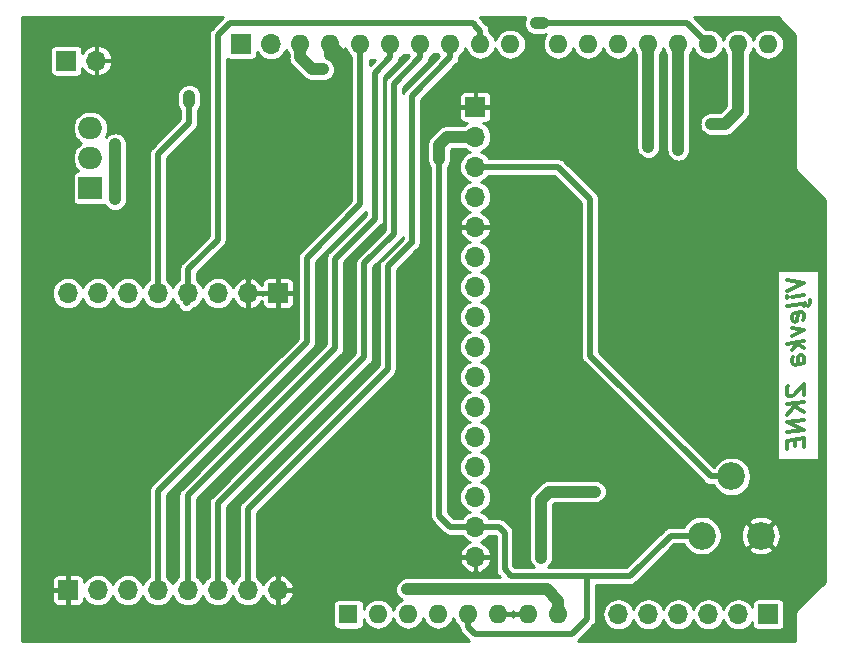
<source format=gbr>
G04 #@! TF.GenerationSoftware,KiCad,Pcbnew,(5.1.4)-1*
G04 #@! TF.CreationDate,2020-01-13T21:14:05+02:00*
G04 #@! TF.ProjectId,LORA,4c4f5241-2e6b-4696-9361-645f70636258,rev?*
G04 #@! TF.SameCoordinates,Original*
G04 #@! TF.FileFunction,Copper,L2,Bot*
G04 #@! TF.FilePolarity,Positive*
%FSLAX46Y46*%
G04 Gerber Fmt 4.6, Leading zero omitted, Abs format (unit mm)*
G04 Created by KiCad (PCBNEW (5.1.4)-1) date 2020-01-13 21:14:05*
%MOMM*%
%LPD*%
G04 APERTURE LIST*
%ADD10C,0.300000*%
%ADD11O,1.600000X1.600000*%
%ADD12R,1.600000X1.600000*%
%ADD13O,1.700000X1.700000*%
%ADD14R,1.700000X1.700000*%
%ADD15C,2.340000*%
%ADD16O,2.000000X1.905000*%
%ADD17R,2.000000X1.905000*%
%ADD18C,0.800000*%
%ADD19C,1.000000*%
%ADD20C,0.500000*%
%ADD21C,0.254000*%
G04 APERTURE END LIST*
D10*
X177943771Y-86101028D02*
X179443771Y-86413528D01*
X177943771Y-87101028D01*
X179443771Y-87413528D02*
X178443771Y-87538528D01*
X177943771Y-87601028D02*
X178015200Y-87520671D01*
X178086628Y-87583171D01*
X178015200Y-87663528D01*
X177943771Y-87601028D01*
X178086628Y-87583171D01*
X179443771Y-88342100D02*
X179372342Y-88208171D01*
X179229485Y-88154600D01*
X177943771Y-88315314D01*
X179515200Y-88118885D02*
X179586628Y-88252814D01*
X179729485Y-88306385D01*
X179872342Y-88217100D01*
X179943771Y-88065314D01*
X179943771Y-87851028D01*
X179372342Y-89493885D02*
X179443771Y-89342100D01*
X179443771Y-89056385D01*
X179372342Y-88922457D01*
X179229485Y-88868885D01*
X178658057Y-88940314D01*
X178515200Y-89029600D01*
X178443771Y-89181385D01*
X178443771Y-89467100D01*
X178515200Y-89601028D01*
X178658057Y-89654600D01*
X178800914Y-89636742D01*
X178943771Y-88904600D01*
X178443771Y-90181385D02*
X179443771Y-90413528D01*
X178443771Y-90895671D01*
X179443771Y-91342100D02*
X177943771Y-91529600D01*
X178872342Y-91556385D02*
X179443771Y-91913528D01*
X178443771Y-92038528D02*
X179015200Y-91395671D01*
X179443771Y-93199242D02*
X178658057Y-93297457D01*
X178515200Y-93243885D01*
X178443771Y-93109957D01*
X178443771Y-92824242D01*
X178515200Y-92672457D01*
X179372342Y-93208171D02*
X179443771Y-93056385D01*
X179443771Y-92699242D01*
X179372342Y-92565314D01*
X179229485Y-92511742D01*
X179086628Y-92529600D01*
X178943771Y-92618885D01*
X178872342Y-92770671D01*
X178872342Y-93127814D01*
X178800914Y-93279600D01*
X178086628Y-95154600D02*
X178015200Y-95234957D01*
X177943771Y-95386742D01*
X177943771Y-95743885D01*
X178015200Y-95877814D01*
X178086628Y-95940314D01*
X178229485Y-95993885D01*
X178372342Y-95976028D01*
X178586628Y-95877814D01*
X179443771Y-94913528D01*
X179443771Y-95842100D01*
X179443771Y-96484957D02*
X177943771Y-96672457D01*
X179443771Y-97342100D02*
X178586628Y-96806385D01*
X177943771Y-97529600D02*
X178800914Y-96565314D01*
X179443771Y-97984957D02*
X177943771Y-98172457D01*
X179443771Y-98842100D01*
X177943771Y-99029600D01*
X178658057Y-99654600D02*
X178658057Y-100154600D01*
X179443771Y-100270671D02*
X179443771Y-99556385D01*
X177943771Y-99743885D01*
X177943771Y-100458171D01*
D11*
X173863000Y-66167000D03*
X176403000Y-66167000D03*
X136783000Y-66167000D03*
X176403000Y-114427000D03*
X139323000Y-66167000D03*
X173863000Y-114427000D03*
X141863000Y-66167000D03*
X171323000Y-114427000D03*
X144403000Y-66167000D03*
X168783000Y-114427000D03*
X146943000Y-66167000D03*
X166243000Y-114427000D03*
X149483000Y-66167000D03*
X163703000Y-114427000D03*
X152023000Y-66167000D03*
X158623000Y-114427000D03*
X154563000Y-66167000D03*
X156083000Y-114427000D03*
X158623000Y-66167000D03*
X153543000Y-114427000D03*
X161163000Y-66167000D03*
X151003000Y-114427000D03*
X163703000Y-66167000D03*
X148463000Y-114427000D03*
X166243000Y-66167000D03*
X145923000Y-114427000D03*
X168783000Y-66167000D03*
X143383000Y-114427000D03*
X171323000Y-66167000D03*
D12*
X140843000Y-114427000D03*
D11*
X134243000Y-66167000D03*
X131703000Y-66167000D03*
D13*
X134289800Y-66192400D03*
D14*
X131749800Y-66192400D03*
D13*
X163703000Y-114452400D03*
X166243000Y-114452400D03*
X168783000Y-114452400D03*
X171323000Y-114452400D03*
X173863000Y-114452400D03*
D14*
X176403000Y-114452400D03*
D13*
X151587200Y-109575600D03*
X151587200Y-107035600D03*
X151587200Y-104495600D03*
X151587200Y-101955600D03*
X151587200Y-99415600D03*
X151587200Y-96875600D03*
X151587200Y-94335600D03*
X151587200Y-91795600D03*
X151587200Y-89255600D03*
X151587200Y-86715600D03*
X151587200Y-84175600D03*
X151587200Y-81635600D03*
X151587200Y-79095600D03*
X151587200Y-76555600D03*
X151587200Y-74015600D03*
D14*
X151587200Y-71475600D03*
D15*
X170764200Y-107772200D03*
X173264200Y-102772200D03*
X175764200Y-107772200D03*
D13*
X134874000Y-112395000D03*
X132334000Y-112395000D03*
X129794000Y-112395000D03*
X127254000Y-112395000D03*
X124714000Y-112395000D03*
X122174000Y-112395000D03*
X119634000Y-112395000D03*
D14*
X117094000Y-112395000D03*
D13*
X117094000Y-87249000D03*
X119634000Y-87249000D03*
X122174000Y-87249000D03*
X124714000Y-87249000D03*
X127254000Y-87249000D03*
X129794000Y-87249000D03*
X132334000Y-87249000D03*
D14*
X134874000Y-87249000D03*
D13*
X119507000Y-67564000D03*
D14*
X116967000Y-67564000D03*
D16*
X118999000Y-73279000D03*
X118999000Y-75819000D03*
D17*
X118999000Y-78359000D03*
D18*
X145821400Y-112318800D03*
X161705000Y-104047000D03*
X157149800Y-109651800D03*
X121081800Y-79298800D03*
X121107200Y-74650600D03*
X171577000Y-72923400D03*
X138709400Y-68300600D03*
X148513800Y-75336400D03*
X159131000Y-78689200D03*
X156083000Y-100101400D03*
X166243000Y-74879200D03*
X168783000Y-75107800D03*
X156718000Y-64389000D03*
X127355600Y-70535800D03*
D19*
X147116800Y-112318800D02*
X145821400Y-112318800D01*
X157646170Y-112318800D02*
X147116800Y-112318800D01*
X158623000Y-113295630D02*
X157646170Y-112318800D01*
X158623000Y-114427000D02*
X158623000Y-113295630D01*
X157149800Y-106045000D02*
X157149800Y-109651800D01*
X157149800Y-104749600D02*
X157149800Y-106045000D01*
X157852400Y-104047000D02*
X157149800Y-104749600D01*
X161705000Y-104047000D02*
X157852400Y-104047000D01*
X121081800Y-74676000D02*
X121107200Y-74650600D01*
X121081800Y-79298800D02*
X121081800Y-74676000D01*
X171577000Y-72923400D02*
X172745400Y-72923400D01*
X173863000Y-71805800D02*
X172745400Y-72923400D01*
X173863000Y-66167000D02*
X173863000Y-71805800D01*
D20*
X151003000Y-115558370D02*
X151522630Y-116078000D01*
X151003000Y-114427000D02*
X151003000Y-115558370D01*
X151522630Y-116078000D02*
X159816800Y-116078000D01*
X168122600Y-107772200D02*
X170764200Y-107772200D01*
X164693600Y-111201200D02*
X168122600Y-107772200D01*
X153568400Y-107035600D02*
X151587200Y-107035600D01*
X154063700Y-107530900D02*
X153568400Y-107035600D01*
X154063700Y-110629700D02*
X154063700Y-107530900D01*
X154635200Y-111201200D02*
X154063700Y-110629700D01*
X161086800Y-111328200D02*
X160959800Y-111201200D01*
X161086800Y-114808000D02*
X161086800Y-111328200D01*
X160959800Y-111201200D02*
X154635200Y-111201200D01*
X164693600Y-111201200D02*
X160959800Y-111201200D01*
X159816800Y-116078000D02*
X161086800Y-114808000D01*
X148513800Y-75886919D02*
X148513800Y-106095800D01*
X149453600Y-107035600D02*
X151587200Y-107035600D01*
X148513800Y-106095800D02*
X149453600Y-107035600D01*
D19*
X149199600Y-74015600D02*
X148666200Y-74549000D01*
X151587200Y-74015600D02*
X149199600Y-74015600D01*
D20*
X148666200Y-74549000D02*
X148513800Y-74701400D01*
D19*
X148513800Y-74701400D02*
X149199600Y-74015600D01*
X136783000Y-67298370D02*
X137785230Y-68300600D01*
X136783000Y-66167000D02*
X136783000Y-67298370D01*
X137785230Y-68300600D02*
X138709400Y-68300600D01*
X148513800Y-75886919D02*
X148513800Y-75336400D01*
X148513800Y-75336400D02*
X148513800Y-74701400D01*
X140122999Y-67199599D02*
X140436600Y-67513200D01*
X140122999Y-66966999D02*
X140122999Y-67199599D01*
X139323000Y-66167000D02*
X140122999Y-66966999D01*
X139323000Y-66167000D02*
X139323000Y-67110800D01*
D20*
X141863000Y-66167000D02*
X141863000Y-79726600D01*
X141863000Y-79726600D02*
X137312400Y-84277200D01*
X137312400Y-84277200D02*
X137312400Y-91414600D01*
X124714000Y-104013000D02*
X124714000Y-112395000D01*
X137312400Y-91414600D02*
X124714000Y-104013000D01*
X144403000Y-66167000D02*
X144403000Y-67298370D01*
X144403000Y-67298370D02*
X143113001Y-68588369D01*
X127254000Y-104368600D02*
X127254000Y-112395000D01*
X139725400Y-91897200D02*
X127254000Y-104368600D01*
X139725400Y-84328000D02*
X139725400Y-91897200D01*
X143113001Y-80940399D02*
X139725400Y-84328000D01*
X143113001Y-68588369D02*
X143113001Y-80940399D01*
X146943000Y-67298370D02*
X144703800Y-69537570D01*
X146943000Y-66167000D02*
X146943000Y-67298370D01*
X144703800Y-69537570D02*
X144703800Y-82219800D01*
X144703800Y-82219800D02*
X142189200Y-84734400D01*
X142189200Y-84734400D02*
X142189200Y-92659200D01*
X129794000Y-105054400D02*
X129794000Y-112395000D01*
X142189200Y-92659200D02*
X129794000Y-105054400D01*
X132334000Y-105511600D02*
X132334000Y-112395000D01*
X144170400Y-93675200D02*
X132334000Y-105511600D01*
X149483000Y-66167000D02*
X149483000Y-67298370D01*
X149483000Y-67298370D02*
X146202400Y-70578970D01*
X146202400Y-70578970D02*
X146202400Y-82981800D01*
X146202400Y-82981800D02*
X146177000Y-82981800D01*
X146177000Y-82981800D02*
X144170400Y-84988400D01*
X144170400Y-84988400D02*
X144170400Y-93675200D01*
X152023000Y-66167000D02*
X152023000Y-65035630D01*
X151401770Y-64414400D02*
X151684985Y-64697615D01*
X150270400Y-64414400D02*
X151401770Y-64414400D01*
X152023000Y-65035630D02*
X151684985Y-64697615D01*
X151684985Y-64697615D02*
X151477970Y-64490600D01*
X130784600Y-64414400D02*
X129768600Y-65430400D01*
X150270400Y-64414400D02*
X130784600Y-64414400D01*
X129768600Y-65430400D02*
X129768600Y-82727800D01*
X127254000Y-87985600D02*
X127127000Y-88112600D01*
X127254000Y-85242400D02*
X127254000Y-87985600D01*
X127254000Y-85242400D02*
X129768600Y-82727800D01*
X127254000Y-87249000D02*
X127254000Y-85242400D01*
D19*
X166243000Y-66167000D02*
X166243000Y-74879200D01*
X168783000Y-66167000D02*
X168783000Y-75107800D01*
D20*
X169545000Y-64389000D02*
X160782000Y-64389000D01*
X171323000Y-66167000D02*
X169545000Y-64389000D01*
D19*
X156718000Y-64389000D02*
X157302200Y-64389000D01*
D20*
X160782000Y-64389000D02*
X157302200Y-64389000D01*
D19*
X127355600Y-70535800D02*
X127355600Y-71101485D01*
D20*
X127355600Y-71101485D02*
X127355600Y-72847200D01*
X124714000Y-75488800D02*
X124714000Y-87249000D01*
X127355600Y-72847200D02*
X124714000Y-75488800D01*
X171504600Y-102772200D02*
X173264200Y-102772200D01*
X161290000Y-92557600D02*
X171504600Y-102772200D01*
X161290000Y-79273400D02*
X161290000Y-92557600D01*
X158572200Y-76555600D02*
X161290000Y-79273400D01*
X151587200Y-76555600D02*
X158572200Y-76555600D01*
D21*
G36*
X130223029Y-63905412D02*
G01*
X129259617Y-64868825D01*
X129230731Y-64892531D01*
X129136133Y-65007800D01*
X129065840Y-65139308D01*
X129022554Y-65282003D01*
X129011600Y-65393220D01*
X129011600Y-65393230D01*
X129007939Y-65430400D01*
X129011600Y-65467570D01*
X129011601Y-82414239D01*
X126745017Y-84680824D01*
X126716131Y-84704531D01*
X126621533Y-84819800D01*
X126551240Y-84951308D01*
X126507954Y-85094003D01*
X126497000Y-85205220D01*
X126497000Y-85205230D01*
X126493339Y-85242400D01*
X126497000Y-85279571D01*
X126497000Y-86114940D01*
X126496444Y-86115237D01*
X126289814Y-86284814D01*
X126120237Y-86491444D01*
X125994230Y-86727186D01*
X125984000Y-86760910D01*
X125973770Y-86727186D01*
X125847763Y-86491444D01*
X125678186Y-86284814D01*
X125471556Y-86115237D01*
X125471000Y-86114940D01*
X125471000Y-75802358D01*
X127864593Y-73408767D01*
X127893469Y-73385069D01*
X127917167Y-73356193D01*
X127917171Y-73356189D01*
X127988067Y-73269801D01*
X128058360Y-73138293D01*
X128101646Y-72995598D01*
X128101913Y-72992888D01*
X128112600Y-72884381D01*
X128112600Y-72884373D01*
X128116261Y-72847200D01*
X128112600Y-72810027D01*
X128112600Y-71766421D01*
X128196941Y-71663651D01*
X128290448Y-71488712D01*
X128348029Y-71298890D01*
X128362600Y-71150950D01*
X128362600Y-70486334D01*
X128348029Y-70338394D01*
X128290448Y-70148573D01*
X128196941Y-69973634D01*
X128071102Y-69820298D01*
X127917766Y-69694459D01*
X127742826Y-69600952D01*
X127553005Y-69543371D01*
X127355600Y-69523928D01*
X127158194Y-69543371D01*
X126968373Y-69600952D01*
X126793434Y-69694459D01*
X126640098Y-69820298D01*
X126514259Y-69973634D01*
X126420752Y-70148574D01*
X126363171Y-70338395D01*
X126348600Y-70486335D01*
X126348600Y-71150951D01*
X126363171Y-71298891D01*
X126420753Y-71488712D01*
X126514260Y-71663651D01*
X126598600Y-71766421D01*
X126598601Y-72533639D01*
X124205017Y-74927224D01*
X124176131Y-74950931D01*
X124081533Y-75066200D01*
X124011240Y-75197708D01*
X123967954Y-75340403D01*
X123957000Y-75451620D01*
X123957000Y-75451630D01*
X123953339Y-75488800D01*
X123957000Y-75525970D01*
X123957001Y-86114939D01*
X123956444Y-86115237D01*
X123749814Y-86284814D01*
X123580237Y-86491444D01*
X123454230Y-86727186D01*
X123444000Y-86760910D01*
X123433770Y-86727186D01*
X123307763Y-86491444D01*
X123138186Y-86284814D01*
X122931556Y-86115237D01*
X122695814Y-85989230D01*
X122440018Y-85911636D01*
X122240654Y-85892000D01*
X122107346Y-85892000D01*
X121907982Y-85911636D01*
X121652186Y-85989230D01*
X121416444Y-86115237D01*
X121209814Y-86284814D01*
X121040237Y-86491444D01*
X120914230Y-86727186D01*
X120904000Y-86760910D01*
X120893770Y-86727186D01*
X120767763Y-86491444D01*
X120598186Y-86284814D01*
X120391556Y-86115237D01*
X120155814Y-85989230D01*
X119900018Y-85911636D01*
X119700654Y-85892000D01*
X119567346Y-85892000D01*
X119367982Y-85911636D01*
X119112186Y-85989230D01*
X118876444Y-86115237D01*
X118669814Y-86284814D01*
X118500237Y-86491444D01*
X118374230Y-86727186D01*
X118364000Y-86760910D01*
X118353770Y-86727186D01*
X118227763Y-86491444D01*
X118058186Y-86284814D01*
X117851556Y-86115237D01*
X117615814Y-85989230D01*
X117360018Y-85911636D01*
X117160654Y-85892000D01*
X117027346Y-85892000D01*
X116827982Y-85911636D01*
X116572186Y-85989230D01*
X116336444Y-86115237D01*
X116129814Y-86284814D01*
X115960237Y-86491444D01*
X115834230Y-86727186D01*
X115756636Y-86982982D01*
X115730435Y-87249000D01*
X115756636Y-87515018D01*
X115834230Y-87770814D01*
X115960237Y-88006556D01*
X116129814Y-88213186D01*
X116336444Y-88382763D01*
X116572186Y-88508770D01*
X116827982Y-88586364D01*
X117027346Y-88606000D01*
X117160654Y-88606000D01*
X117360018Y-88586364D01*
X117615814Y-88508770D01*
X117851556Y-88382763D01*
X118058186Y-88213186D01*
X118227763Y-88006556D01*
X118353770Y-87770814D01*
X118364000Y-87737090D01*
X118374230Y-87770814D01*
X118500237Y-88006556D01*
X118669814Y-88213186D01*
X118876444Y-88382763D01*
X119112186Y-88508770D01*
X119367982Y-88586364D01*
X119567346Y-88606000D01*
X119700654Y-88606000D01*
X119900018Y-88586364D01*
X120155814Y-88508770D01*
X120391556Y-88382763D01*
X120598186Y-88213186D01*
X120767763Y-88006556D01*
X120893770Y-87770814D01*
X120904000Y-87737090D01*
X120914230Y-87770814D01*
X121040237Y-88006556D01*
X121209814Y-88213186D01*
X121416444Y-88382763D01*
X121652186Y-88508770D01*
X121907982Y-88586364D01*
X122107346Y-88606000D01*
X122240654Y-88606000D01*
X122440018Y-88586364D01*
X122695814Y-88508770D01*
X122931556Y-88382763D01*
X123138186Y-88213186D01*
X123307763Y-88006556D01*
X123433770Y-87770814D01*
X123444000Y-87737090D01*
X123454230Y-87770814D01*
X123580237Y-88006556D01*
X123749814Y-88213186D01*
X123956444Y-88382763D01*
X124192186Y-88508770D01*
X124447982Y-88586364D01*
X124647346Y-88606000D01*
X124780654Y-88606000D01*
X124980018Y-88586364D01*
X125235814Y-88508770D01*
X125471556Y-88382763D01*
X125678186Y-88213186D01*
X125847763Y-88006556D01*
X125973770Y-87770814D01*
X125984000Y-87737090D01*
X125994230Y-87770814D01*
X126120237Y-88006556D01*
X126289814Y-88213186D01*
X126391854Y-88296928D01*
X126424240Y-88403692D01*
X126494533Y-88535200D01*
X126589131Y-88650469D01*
X126704400Y-88745067D01*
X126835908Y-88815360D01*
X126978603Y-88858645D01*
X127127000Y-88873261D01*
X127275397Y-88858645D01*
X127418092Y-88815360D01*
X127549600Y-88745067D01*
X127635988Y-88674170D01*
X127762982Y-88547176D01*
X127791869Y-88523469D01*
X127825905Y-88481996D01*
X128011556Y-88382763D01*
X128218186Y-88213186D01*
X128387763Y-88006556D01*
X128513770Y-87770814D01*
X128524000Y-87737090D01*
X128534230Y-87770814D01*
X128660237Y-88006556D01*
X128829814Y-88213186D01*
X129036444Y-88382763D01*
X129272186Y-88508770D01*
X129527982Y-88586364D01*
X129727346Y-88606000D01*
X129860654Y-88606000D01*
X130060018Y-88586364D01*
X130315814Y-88508770D01*
X130551556Y-88382763D01*
X130758186Y-88213186D01*
X130927763Y-88006556D01*
X131053770Y-87770814D01*
X131067723Y-87724816D01*
X131084050Y-87777281D01*
X131211130Y-88010983D01*
X131381361Y-88215403D01*
X131588202Y-88382684D01*
X131823703Y-88506399D01*
X132059723Y-88577993D01*
X132271000Y-88477636D01*
X132271000Y-87312000D01*
X132397000Y-87312000D01*
X132397000Y-88477636D01*
X132608277Y-88577993D01*
X132844297Y-88506399D01*
X133079798Y-88382684D01*
X133286639Y-88215403D01*
X133456870Y-88010983D01*
X133515273Y-87903579D01*
X133514547Y-88099000D01*
X133524336Y-88198389D01*
X133553327Y-88293959D01*
X133600405Y-88382037D01*
X133663762Y-88459238D01*
X133740963Y-88522595D01*
X133829041Y-88569673D01*
X133924611Y-88598664D01*
X134024000Y-88608453D01*
X134684250Y-88606000D01*
X134811000Y-88479250D01*
X134811000Y-87312000D01*
X134937000Y-87312000D01*
X134937000Y-88479250D01*
X135063750Y-88606000D01*
X135724000Y-88608453D01*
X135823389Y-88598664D01*
X135918959Y-88569673D01*
X136007037Y-88522595D01*
X136084238Y-88459238D01*
X136147595Y-88382037D01*
X136194673Y-88293959D01*
X136223664Y-88198389D01*
X136233453Y-88099000D01*
X136231000Y-87438750D01*
X136104250Y-87312000D01*
X134937000Y-87312000D01*
X134811000Y-87312000D01*
X133643750Y-87312000D01*
X133588835Y-87366915D01*
X133562789Y-87312000D01*
X132397000Y-87312000D01*
X132271000Y-87312000D01*
X132251000Y-87312000D01*
X132251000Y-87186000D01*
X132271000Y-87186000D01*
X132271000Y-86020364D01*
X132397000Y-86020364D01*
X132397000Y-87186000D01*
X133562789Y-87186000D01*
X133588835Y-87131085D01*
X133643750Y-87186000D01*
X134811000Y-87186000D01*
X134811000Y-86018750D01*
X134937000Y-86018750D01*
X134937000Y-87186000D01*
X136104250Y-87186000D01*
X136231000Y-87059250D01*
X136233453Y-86399000D01*
X136223664Y-86299611D01*
X136194673Y-86204041D01*
X136147595Y-86115963D01*
X136084238Y-86038762D01*
X136007037Y-85975405D01*
X135918959Y-85928327D01*
X135823389Y-85899336D01*
X135724000Y-85889547D01*
X135063750Y-85892000D01*
X134937000Y-86018750D01*
X134811000Y-86018750D01*
X134684250Y-85892000D01*
X134024000Y-85889547D01*
X133924611Y-85899336D01*
X133829041Y-85928327D01*
X133740963Y-85975405D01*
X133663762Y-86038762D01*
X133600405Y-86115963D01*
X133553327Y-86204041D01*
X133524336Y-86299611D01*
X133514547Y-86399000D01*
X133515273Y-86594421D01*
X133456870Y-86487017D01*
X133286639Y-86282597D01*
X133079798Y-86115316D01*
X132844297Y-85991601D01*
X132608277Y-85920007D01*
X132397000Y-86020364D01*
X132271000Y-86020364D01*
X132059723Y-85920007D01*
X131823703Y-85991601D01*
X131588202Y-86115316D01*
X131381361Y-86282597D01*
X131211130Y-86487017D01*
X131084050Y-86720719D01*
X131067723Y-86773184D01*
X131053770Y-86727186D01*
X130927763Y-86491444D01*
X130758186Y-86284814D01*
X130551556Y-86115237D01*
X130315814Y-85989230D01*
X130060018Y-85911636D01*
X129860654Y-85892000D01*
X129727346Y-85892000D01*
X129527982Y-85911636D01*
X129272186Y-85989230D01*
X129036444Y-86115237D01*
X128829814Y-86284814D01*
X128660237Y-86491444D01*
X128534230Y-86727186D01*
X128524000Y-86760910D01*
X128513770Y-86727186D01*
X128387763Y-86491444D01*
X128218186Y-86284814D01*
X128011556Y-86115237D01*
X128011000Y-86114940D01*
X128011000Y-85555958D01*
X130277593Y-83289367D01*
X130306469Y-83265669D01*
X130330167Y-83236793D01*
X130330170Y-83236790D01*
X130401067Y-83150402D01*
X130425552Y-83104594D01*
X130471360Y-83018893D01*
X130514646Y-82876198D01*
X130525600Y-82764981D01*
X130525600Y-82764971D01*
X130529261Y-82727801D01*
X130525600Y-82690630D01*
X130525600Y-67385625D01*
X130539562Y-67402638D01*
X130616763Y-67465995D01*
X130704841Y-67513073D01*
X130800411Y-67542064D01*
X130899800Y-67551853D01*
X132599800Y-67551853D01*
X132699189Y-67542064D01*
X132794759Y-67513073D01*
X132882837Y-67465995D01*
X132960038Y-67402638D01*
X133023395Y-67325437D01*
X133070473Y-67237359D01*
X133099464Y-67141789D01*
X133109253Y-67042400D01*
X133109253Y-66862429D01*
X133156037Y-66949956D01*
X133325614Y-67156586D01*
X133532244Y-67326163D01*
X133767986Y-67452170D01*
X134023782Y-67529764D01*
X134223146Y-67549400D01*
X134356454Y-67549400D01*
X134555818Y-67529764D01*
X134811614Y-67452170D01*
X135047356Y-67326163D01*
X135253986Y-67156586D01*
X135423563Y-66949956D01*
X135549570Y-66714214D01*
X135566377Y-66658808D01*
X135569647Y-66669587D01*
X135691011Y-66896644D01*
X135776001Y-67000204D01*
X135776001Y-67248895D01*
X135771128Y-67298370D01*
X135790571Y-67495776D01*
X135848152Y-67685596D01*
X135928673Y-67836239D01*
X135941660Y-67860536D01*
X136067499Y-68013872D01*
X136105926Y-68045408D01*
X137038191Y-68977674D01*
X137069728Y-69016102D01*
X137223064Y-69141941D01*
X137345903Y-69207600D01*
X137398003Y-69235448D01*
X137587823Y-69293029D01*
X137785229Y-69312472D01*
X137834695Y-69307600D01*
X138758866Y-69307600D01*
X138906806Y-69293029D01*
X139096627Y-69235448D01*
X139271566Y-69141941D01*
X139424902Y-69016102D01*
X139550741Y-68862766D01*
X139644248Y-68687827D01*
X139701829Y-68498006D01*
X139721272Y-68300600D01*
X139701829Y-68103194D01*
X139644248Y-67913373D01*
X139550741Y-67738434D01*
X139424902Y-67585098D01*
X139271566Y-67459259D01*
X139155711Y-67397333D01*
X139260000Y-67345567D01*
X139260000Y-66230000D01*
X139240000Y-66230000D01*
X139240000Y-66104000D01*
X139260000Y-66104000D01*
X139260000Y-66084000D01*
X139386000Y-66084000D01*
X139386000Y-66104000D01*
X139406000Y-66104000D01*
X139406000Y-66230000D01*
X139386000Y-66230000D01*
X139386000Y-67345567D01*
X139589447Y-67446553D01*
X139812340Y-67378941D01*
X140039375Y-67260188D01*
X140238880Y-67099425D01*
X140403189Y-66902829D01*
X140525987Y-66677956D01*
X140590090Y-66473254D01*
X140649647Y-66669587D01*
X140771011Y-66896644D01*
X140934340Y-67095660D01*
X141106000Y-67236538D01*
X141106001Y-79413039D01*
X136803418Y-83715624D01*
X136774531Y-83739331D01*
X136679933Y-83854600D01*
X136609640Y-83986108D01*
X136566354Y-84128803D01*
X136555400Y-84240020D01*
X136555400Y-84240030D01*
X136551739Y-84277200D01*
X136555400Y-84314370D01*
X136555401Y-91101040D01*
X124205018Y-103451424D01*
X124176131Y-103475131D01*
X124081533Y-103590400D01*
X124011240Y-103721908D01*
X123967954Y-103864603D01*
X123957000Y-103975820D01*
X123957000Y-103975830D01*
X123953339Y-104013000D01*
X123957000Y-104050170D01*
X123957001Y-111260939D01*
X123956444Y-111261237D01*
X123749814Y-111430814D01*
X123580237Y-111637444D01*
X123454230Y-111873186D01*
X123444000Y-111906910D01*
X123433770Y-111873186D01*
X123307763Y-111637444D01*
X123138186Y-111430814D01*
X122931556Y-111261237D01*
X122695814Y-111135230D01*
X122440018Y-111057636D01*
X122240654Y-111038000D01*
X122107346Y-111038000D01*
X121907982Y-111057636D01*
X121652186Y-111135230D01*
X121416444Y-111261237D01*
X121209814Y-111430814D01*
X121040237Y-111637444D01*
X120914230Y-111873186D01*
X120904000Y-111906910D01*
X120893770Y-111873186D01*
X120767763Y-111637444D01*
X120598186Y-111430814D01*
X120391556Y-111261237D01*
X120155814Y-111135230D01*
X119900018Y-111057636D01*
X119700654Y-111038000D01*
X119567346Y-111038000D01*
X119367982Y-111057636D01*
X119112186Y-111135230D01*
X118876444Y-111261237D01*
X118669814Y-111430814D01*
X118500237Y-111637444D01*
X118452780Y-111726230D01*
X118453453Y-111545000D01*
X118443664Y-111445611D01*
X118414673Y-111350041D01*
X118367595Y-111261963D01*
X118304238Y-111184762D01*
X118227037Y-111121405D01*
X118138959Y-111074327D01*
X118043389Y-111045336D01*
X117944000Y-111035547D01*
X117283750Y-111038000D01*
X117157000Y-111164750D01*
X117157000Y-112332000D01*
X117177000Y-112332000D01*
X117177000Y-112458000D01*
X117157000Y-112458000D01*
X117157000Y-113625250D01*
X117283750Y-113752000D01*
X117944000Y-113754453D01*
X118043389Y-113744664D01*
X118138959Y-113715673D01*
X118227037Y-113668595D01*
X118304238Y-113605238D01*
X118367595Y-113528037D01*
X118414673Y-113439959D01*
X118443664Y-113344389D01*
X118453453Y-113245000D01*
X118452780Y-113063770D01*
X118500237Y-113152556D01*
X118669814Y-113359186D01*
X118876444Y-113528763D01*
X119112186Y-113654770D01*
X119367982Y-113732364D01*
X119567346Y-113752000D01*
X119700654Y-113752000D01*
X119900018Y-113732364D01*
X120155814Y-113654770D01*
X120391556Y-113528763D01*
X120598186Y-113359186D01*
X120767763Y-113152556D01*
X120893770Y-112916814D01*
X120904000Y-112883090D01*
X120914230Y-112916814D01*
X121040237Y-113152556D01*
X121209814Y-113359186D01*
X121416444Y-113528763D01*
X121652186Y-113654770D01*
X121907982Y-113732364D01*
X122107346Y-113752000D01*
X122240654Y-113752000D01*
X122440018Y-113732364D01*
X122695814Y-113654770D01*
X122931556Y-113528763D01*
X123138186Y-113359186D01*
X123307763Y-113152556D01*
X123433770Y-112916814D01*
X123444000Y-112883090D01*
X123454230Y-112916814D01*
X123580237Y-113152556D01*
X123749814Y-113359186D01*
X123956444Y-113528763D01*
X124192186Y-113654770D01*
X124447982Y-113732364D01*
X124647346Y-113752000D01*
X124780654Y-113752000D01*
X124980018Y-113732364D01*
X125235814Y-113654770D01*
X125471556Y-113528763D01*
X125678186Y-113359186D01*
X125847763Y-113152556D01*
X125973770Y-112916814D01*
X125984000Y-112883090D01*
X125994230Y-112916814D01*
X126120237Y-113152556D01*
X126289814Y-113359186D01*
X126496444Y-113528763D01*
X126732186Y-113654770D01*
X126987982Y-113732364D01*
X127187346Y-113752000D01*
X127320654Y-113752000D01*
X127520018Y-113732364D01*
X127775814Y-113654770D01*
X128011556Y-113528763D01*
X128218186Y-113359186D01*
X128387763Y-113152556D01*
X128513770Y-112916814D01*
X128524000Y-112883090D01*
X128534230Y-112916814D01*
X128660237Y-113152556D01*
X128829814Y-113359186D01*
X129036444Y-113528763D01*
X129272186Y-113654770D01*
X129527982Y-113732364D01*
X129727346Y-113752000D01*
X129860654Y-113752000D01*
X130060018Y-113732364D01*
X130315814Y-113654770D01*
X130551556Y-113528763D01*
X130758186Y-113359186D01*
X130927763Y-113152556D01*
X131053770Y-112916814D01*
X131064000Y-112883090D01*
X131074230Y-112916814D01*
X131200237Y-113152556D01*
X131369814Y-113359186D01*
X131576444Y-113528763D01*
X131812186Y-113654770D01*
X132067982Y-113732364D01*
X132267346Y-113752000D01*
X132400654Y-113752000D01*
X132600018Y-113732364D01*
X132855814Y-113654770D01*
X133091556Y-113528763D01*
X133298186Y-113359186D01*
X133467763Y-113152556D01*
X133593770Y-112916814D01*
X133607723Y-112870816D01*
X133624050Y-112923281D01*
X133751130Y-113156983D01*
X133921361Y-113361403D01*
X134128202Y-113528684D01*
X134363703Y-113652399D01*
X134599723Y-113723993D01*
X134811000Y-113623636D01*
X134811000Y-112458000D01*
X134937000Y-112458000D01*
X134937000Y-113623636D01*
X135148277Y-113723993D01*
X135384297Y-113652399D01*
X135619798Y-113528684D01*
X135826639Y-113361403D01*
X135996870Y-113156983D01*
X136123950Y-112923281D01*
X136202995Y-112669277D01*
X136102789Y-112458000D01*
X134937000Y-112458000D01*
X134811000Y-112458000D01*
X134791000Y-112458000D01*
X134791000Y-112332000D01*
X134811000Y-112332000D01*
X134811000Y-111166364D01*
X134937000Y-111166364D01*
X134937000Y-112332000D01*
X136102789Y-112332000D01*
X136202995Y-112120723D01*
X136123950Y-111866719D01*
X135996870Y-111633017D01*
X135826639Y-111428597D01*
X135619798Y-111261316D01*
X135384297Y-111137601D01*
X135148277Y-111066007D01*
X134937000Y-111166364D01*
X134811000Y-111166364D01*
X134599723Y-111066007D01*
X134363703Y-111137601D01*
X134128202Y-111261316D01*
X133921361Y-111428597D01*
X133751130Y-111633017D01*
X133624050Y-111866719D01*
X133607723Y-111919184D01*
X133593770Y-111873186D01*
X133467763Y-111637444D01*
X133298186Y-111430814D01*
X133091556Y-111261237D01*
X133091000Y-111260940D01*
X133091000Y-109849877D01*
X150258207Y-109849877D01*
X150329801Y-110085897D01*
X150453516Y-110321398D01*
X150620797Y-110528239D01*
X150825217Y-110698470D01*
X151058919Y-110825550D01*
X151312923Y-110904595D01*
X151524200Y-110804389D01*
X151524200Y-109638600D01*
X151650200Y-109638600D01*
X151650200Y-110804389D01*
X151861477Y-110904595D01*
X152115481Y-110825550D01*
X152349183Y-110698470D01*
X152553603Y-110528239D01*
X152720884Y-110321398D01*
X152844599Y-110085897D01*
X152916193Y-109849877D01*
X152815836Y-109638600D01*
X151650200Y-109638600D01*
X151524200Y-109638600D01*
X150358564Y-109638600D01*
X150258207Y-109849877D01*
X133091000Y-109849877D01*
X133091000Y-105825158D01*
X144679393Y-94236767D01*
X144708269Y-94213069D01*
X144731967Y-94184193D01*
X144731970Y-94184190D01*
X144802867Y-94097802D01*
X144827352Y-94051994D01*
X144873160Y-93966293D01*
X144916446Y-93823598D01*
X144927400Y-93712381D01*
X144927400Y-93712371D01*
X144931061Y-93675201D01*
X144927400Y-93638030D01*
X144927400Y-85301958D01*
X146603713Y-83625646D01*
X146625001Y-83614267D01*
X146740269Y-83519669D01*
X146834867Y-83404401D01*
X146905160Y-83272893D01*
X146948446Y-83130198D01*
X146959400Y-83018981D01*
X146963062Y-82981800D01*
X146959400Y-82944619D01*
X146959400Y-70892528D01*
X147226328Y-70625600D01*
X150227747Y-70625600D01*
X150230200Y-71285850D01*
X150356950Y-71412600D01*
X151524200Y-71412600D01*
X151524200Y-70245350D01*
X151650200Y-70245350D01*
X151650200Y-71412600D01*
X152817450Y-71412600D01*
X152944200Y-71285850D01*
X152946653Y-70625600D01*
X152936864Y-70526211D01*
X152907873Y-70430641D01*
X152860795Y-70342563D01*
X152797438Y-70265362D01*
X152720237Y-70202005D01*
X152632159Y-70154927D01*
X152536589Y-70125936D01*
X152437200Y-70116147D01*
X151776950Y-70118600D01*
X151650200Y-70245350D01*
X151524200Y-70245350D01*
X151397450Y-70118600D01*
X150737200Y-70116147D01*
X150637811Y-70125936D01*
X150542241Y-70154927D01*
X150454163Y-70202005D01*
X150376962Y-70265362D01*
X150313605Y-70342563D01*
X150266527Y-70430641D01*
X150237536Y-70526211D01*
X150227747Y-70625600D01*
X147226328Y-70625600D01*
X149991988Y-67859941D01*
X150020869Y-67836239D01*
X150115467Y-67720971D01*
X150185760Y-67589463D01*
X150229046Y-67446768D01*
X150240000Y-67335551D01*
X150240000Y-67335541D01*
X150243661Y-67298371D01*
X150240000Y-67261200D01*
X150240000Y-67236538D01*
X150411660Y-67095660D01*
X150574989Y-66896644D01*
X150696353Y-66669587D01*
X150753000Y-66482848D01*
X150809647Y-66669587D01*
X150931011Y-66896644D01*
X151094340Y-67095660D01*
X151293356Y-67258989D01*
X151520413Y-67380353D01*
X151766783Y-67455089D01*
X151958791Y-67474000D01*
X152087209Y-67474000D01*
X152279217Y-67455089D01*
X152525587Y-67380353D01*
X152752644Y-67258989D01*
X152951660Y-67095660D01*
X153114989Y-66896644D01*
X153236353Y-66669587D01*
X153293000Y-66482848D01*
X153349647Y-66669587D01*
X153471011Y-66896644D01*
X153634340Y-67095660D01*
X153833356Y-67258989D01*
X154060413Y-67380353D01*
X154306783Y-67455089D01*
X154498791Y-67474000D01*
X154627209Y-67474000D01*
X154819217Y-67455089D01*
X155065587Y-67380353D01*
X155292644Y-67258989D01*
X155491660Y-67095660D01*
X155654989Y-66896644D01*
X155776353Y-66669587D01*
X155851089Y-66423217D01*
X155876324Y-66167000D01*
X155851089Y-65910783D01*
X155776353Y-65664413D01*
X155654989Y-65437356D01*
X155491660Y-65238340D01*
X155292644Y-65075011D01*
X155065587Y-64953647D01*
X154819217Y-64878911D01*
X154627209Y-64860000D01*
X154498791Y-64860000D01*
X154306783Y-64878911D01*
X154060413Y-64953647D01*
X153833356Y-65075011D01*
X153634340Y-65238340D01*
X153471011Y-65437356D01*
X153349647Y-65664413D01*
X153293000Y-65851152D01*
X153236353Y-65664413D01*
X153114989Y-65437356D01*
X152951660Y-65238340D01*
X152780000Y-65097462D01*
X152780000Y-65072800D01*
X152783661Y-65035629D01*
X152780000Y-64998459D01*
X152780000Y-64998449D01*
X152769046Y-64887232D01*
X152725760Y-64744537D01*
X152655467Y-64613029D01*
X152560869Y-64497761D01*
X152531987Y-64474058D01*
X152246559Y-64188631D01*
X152246555Y-64188626D01*
X151963345Y-63905417D01*
X151963003Y-63905000D01*
X155834878Y-63905000D01*
X155783152Y-64001773D01*
X155725571Y-64191594D01*
X155706128Y-64389000D01*
X155725571Y-64586406D01*
X155783152Y-64776227D01*
X155876659Y-64951166D01*
X156002498Y-65104502D01*
X156155834Y-65230341D01*
X156330773Y-65323848D01*
X156520594Y-65381429D01*
X156668534Y-65396000D01*
X157351666Y-65396000D01*
X157499606Y-65381429D01*
X157602533Y-65350207D01*
X157531011Y-65437356D01*
X157409647Y-65664413D01*
X157334911Y-65910783D01*
X157309676Y-66167000D01*
X157334911Y-66423217D01*
X157409647Y-66669587D01*
X157531011Y-66896644D01*
X157694340Y-67095660D01*
X157893356Y-67258989D01*
X158120413Y-67380353D01*
X158366783Y-67455089D01*
X158558791Y-67474000D01*
X158687209Y-67474000D01*
X158879217Y-67455089D01*
X159125587Y-67380353D01*
X159352644Y-67258989D01*
X159551660Y-67095660D01*
X159714989Y-66896644D01*
X159836353Y-66669587D01*
X159893000Y-66482848D01*
X159949647Y-66669587D01*
X160071011Y-66896644D01*
X160234340Y-67095660D01*
X160433356Y-67258989D01*
X160660413Y-67380353D01*
X160906783Y-67455089D01*
X161098791Y-67474000D01*
X161227209Y-67474000D01*
X161419217Y-67455089D01*
X161665587Y-67380353D01*
X161892644Y-67258989D01*
X162091660Y-67095660D01*
X162254989Y-66896644D01*
X162376353Y-66669587D01*
X162433000Y-66482848D01*
X162489647Y-66669587D01*
X162611011Y-66896644D01*
X162774340Y-67095660D01*
X162973356Y-67258989D01*
X163200413Y-67380353D01*
X163446783Y-67455089D01*
X163638791Y-67474000D01*
X163767209Y-67474000D01*
X163959217Y-67455089D01*
X164205587Y-67380353D01*
X164432644Y-67258989D01*
X164631660Y-67095660D01*
X164794989Y-66896644D01*
X164916353Y-66669587D01*
X164973000Y-66482848D01*
X165029647Y-66669587D01*
X165151011Y-66896644D01*
X165236000Y-67000203D01*
X165236001Y-74928666D01*
X165250572Y-75076606D01*
X165308153Y-75266427D01*
X165401660Y-75441366D01*
X165527499Y-75594702D01*
X165680835Y-75720541D01*
X165855774Y-75814048D01*
X166045595Y-75871629D01*
X166243000Y-75891072D01*
X166440406Y-75871629D01*
X166630227Y-75814048D01*
X166805166Y-75720541D01*
X166958502Y-75594702D01*
X167084341Y-75441366D01*
X167177848Y-75266427D01*
X167235429Y-75076606D01*
X167250000Y-74928666D01*
X167250000Y-67000203D01*
X167334989Y-66896644D01*
X167456353Y-66669587D01*
X167513000Y-66482848D01*
X167569647Y-66669587D01*
X167691011Y-66896644D01*
X167776000Y-67000203D01*
X167776001Y-75157266D01*
X167790572Y-75305206D01*
X167848153Y-75495027D01*
X167941660Y-75669966D01*
X168067499Y-75823302D01*
X168220835Y-75949141D01*
X168395774Y-76042648D01*
X168585595Y-76100229D01*
X168783000Y-76119672D01*
X168980406Y-76100229D01*
X169170227Y-76042648D01*
X169345166Y-75949141D01*
X169498502Y-75823302D01*
X169624341Y-75669966D01*
X169717848Y-75495027D01*
X169775429Y-75305206D01*
X169790000Y-75157266D01*
X169790000Y-67000203D01*
X169874989Y-66896644D01*
X169996353Y-66669587D01*
X170053000Y-66482848D01*
X170109647Y-66669587D01*
X170231011Y-66896644D01*
X170394340Y-67095660D01*
X170593356Y-67258989D01*
X170820413Y-67380353D01*
X171066783Y-67455089D01*
X171258791Y-67474000D01*
X171387209Y-67474000D01*
X171579217Y-67455089D01*
X171825587Y-67380353D01*
X172052644Y-67258989D01*
X172251660Y-67095660D01*
X172414989Y-66896644D01*
X172536353Y-66669587D01*
X172593000Y-66482848D01*
X172649647Y-66669587D01*
X172771011Y-66896644D01*
X172856000Y-67000203D01*
X172856001Y-71388686D01*
X172328288Y-71916400D01*
X171527534Y-71916400D01*
X171379594Y-71930971D01*
X171189773Y-71988552D01*
X171014834Y-72082059D01*
X170861498Y-72207898D01*
X170735659Y-72361234D01*
X170642152Y-72536173D01*
X170584571Y-72725994D01*
X170565128Y-72923400D01*
X170584571Y-73120806D01*
X170642152Y-73310627D01*
X170735659Y-73485566D01*
X170861498Y-73638902D01*
X171014834Y-73764741D01*
X171189773Y-73858248D01*
X171379594Y-73915829D01*
X171527534Y-73930400D01*
X172695934Y-73930400D01*
X172745400Y-73935272D01*
X172942806Y-73915829D01*
X173087549Y-73871922D01*
X173132627Y-73858248D01*
X173307566Y-73764741D01*
X173460902Y-73638902D01*
X173492443Y-73600469D01*
X174540074Y-72552839D01*
X174578502Y-72521302D01*
X174704341Y-72367966D01*
X174797848Y-72193027D01*
X174812587Y-72144440D01*
X174855429Y-72003207D01*
X174874872Y-71805801D01*
X174870000Y-71756335D01*
X174870000Y-67000203D01*
X174954989Y-66896644D01*
X175076353Y-66669587D01*
X175133000Y-66482848D01*
X175189647Y-66669587D01*
X175311011Y-66896644D01*
X175474340Y-67095660D01*
X175673356Y-67258989D01*
X175900413Y-67380353D01*
X176146783Y-67455089D01*
X176338791Y-67474000D01*
X176467209Y-67474000D01*
X176659217Y-67455089D01*
X176905587Y-67380353D01*
X177132644Y-67258989D01*
X177331660Y-67095660D01*
X177494989Y-66896644D01*
X177616353Y-66669587D01*
X177691089Y-66423217D01*
X177716324Y-66167000D01*
X177691089Y-65910783D01*
X177616353Y-65664413D01*
X177494989Y-65437356D01*
X177331660Y-65238340D01*
X177132644Y-65075011D01*
X176905587Y-64953647D01*
X176659217Y-64878911D01*
X176467209Y-64860000D01*
X176338791Y-64860000D01*
X176146783Y-64878911D01*
X175900413Y-64953647D01*
X175673356Y-65075011D01*
X175474340Y-65238340D01*
X175311011Y-65437356D01*
X175189647Y-65664413D01*
X175133000Y-65851152D01*
X175076353Y-65664413D01*
X174954989Y-65437356D01*
X174791660Y-65238340D01*
X174592644Y-65075011D01*
X174365587Y-64953647D01*
X174119217Y-64878911D01*
X173927209Y-64860000D01*
X173798791Y-64860000D01*
X173606783Y-64878911D01*
X173360413Y-64953647D01*
X173133356Y-65075011D01*
X172934340Y-65238340D01*
X172771011Y-65437356D01*
X172649647Y-65664413D01*
X172593000Y-65851152D01*
X172536353Y-65664413D01*
X172414989Y-65437356D01*
X172251660Y-65238340D01*
X172052644Y-65075011D01*
X171825587Y-64953647D01*
X171579217Y-64878911D01*
X171387209Y-64860000D01*
X171258791Y-64860000D01*
X171102001Y-64875442D01*
X170131558Y-63905000D01*
X177198640Y-63905000D01*
X178665000Y-65371361D01*
X178665001Y-76554856D01*
X178662426Y-76581000D01*
X178672698Y-76685290D01*
X178703118Y-76785572D01*
X178740771Y-76856015D01*
X178752519Y-76877993D01*
X178819000Y-76959001D01*
X178839303Y-76975663D01*
X181205000Y-79341362D01*
X181205001Y-111666637D01*
X178839308Y-114032332D01*
X178818999Y-114048999D01*
X178752518Y-114130007D01*
X178730723Y-114170783D01*
X178703118Y-114222428D01*
X178672698Y-114322710D01*
X178662426Y-114427000D01*
X178665000Y-114453134D01*
X178665001Y-116689000D01*
X160265559Y-116689000D01*
X160354669Y-116615869D01*
X160378375Y-116586983D01*
X161595794Y-115369566D01*
X161624669Y-115345869D01*
X161648367Y-115316993D01*
X161648370Y-115316990D01*
X161719267Y-115230602D01*
X161789560Y-115099093D01*
X161789560Y-115099092D01*
X161832846Y-114956398D01*
X161843800Y-114845181D01*
X161843800Y-114845171D01*
X161847461Y-114808001D01*
X161843800Y-114770830D01*
X161843800Y-114452400D01*
X162339435Y-114452400D01*
X162365636Y-114718418D01*
X162443230Y-114974214D01*
X162569237Y-115209956D01*
X162738814Y-115416586D01*
X162945444Y-115586163D01*
X163181186Y-115712170D01*
X163436982Y-115789764D01*
X163636346Y-115809400D01*
X163769654Y-115809400D01*
X163969018Y-115789764D01*
X164224814Y-115712170D01*
X164460556Y-115586163D01*
X164667186Y-115416586D01*
X164836763Y-115209956D01*
X164962770Y-114974214D01*
X164973000Y-114940490D01*
X164983230Y-114974214D01*
X165109237Y-115209956D01*
X165278814Y-115416586D01*
X165485444Y-115586163D01*
X165721186Y-115712170D01*
X165976982Y-115789764D01*
X166176346Y-115809400D01*
X166309654Y-115809400D01*
X166509018Y-115789764D01*
X166764814Y-115712170D01*
X167000556Y-115586163D01*
X167207186Y-115416586D01*
X167376763Y-115209956D01*
X167502770Y-114974214D01*
X167513000Y-114940490D01*
X167523230Y-114974214D01*
X167649237Y-115209956D01*
X167818814Y-115416586D01*
X168025444Y-115586163D01*
X168261186Y-115712170D01*
X168516982Y-115789764D01*
X168716346Y-115809400D01*
X168849654Y-115809400D01*
X169049018Y-115789764D01*
X169304814Y-115712170D01*
X169540556Y-115586163D01*
X169747186Y-115416586D01*
X169916763Y-115209956D01*
X170042770Y-114974214D01*
X170053000Y-114940490D01*
X170063230Y-114974214D01*
X170189237Y-115209956D01*
X170358814Y-115416586D01*
X170565444Y-115586163D01*
X170801186Y-115712170D01*
X171056982Y-115789764D01*
X171256346Y-115809400D01*
X171389654Y-115809400D01*
X171589018Y-115789764D01*
X171844814Y-115712170D01*
X172080556Y-115586163D01*
X172287186Y-115416586D01*
X172456763Y-115209956D01*
X172582770Y-114974214D01*
X172593000Y-114940490D01*
X172603230Y-114974214D01*
X172729237Y-115209956D01*
X172898814Y-115416586D01*
X173105444Y-115586163D01*
X173341186Y-115712170D01*
X173596982Y-115789764D01*
X173796346Y-115809400D01*
X173929654Y-115809400D01*
X174129018Y-115789764D01*
X174384814Y-115712170D01*
X174620556Y-115586163D01*
X174827186Y-115416586D01*
X174996763Y-115209956D01*
X175043547Y-115122429D01*
X175043547Y-115302400D01*
X175053336Y-115401789D01*
X175082327Y-115497359D01*
X175129405Y-115585437D01*
X175192762Y-115662638D01*
X175269963Y-115725995D01*
X175358041Y-115773073D01*
X175453611Y-115802064D01*
X175553000Y-115811853D01*
X177253000Y-115811853D01*
X177352389Y-115802064D01*
X177447959Y-115773073D01*
X177536037Y-115725995D01*
X177613238Y-115662638D01*
X177676595Y-115585437D01*
X177723673Y-115497359D01*
X177752664Y-115401789D01*
X177762453Y-115302400D01*
X177762453Y-113602400D01*
X177752664Y-113503011D01*
X177723673Y-113407441D01*
X177676595Y-113319363D01*
X177613238Y-113242162D01*
X177536037Y-113178805D01*
X177447959Y-113131727D01*
X177352389Y-113102736D01*
X177253000Y-113092947D01*
X175553000Y-113092947D01*
X175453611Y-113102736D01*
X175358041Y-113131727D01*
X175269963Y-113178805D01*
X175192762Y-113242162D01*
X175129405Y-113319363D01*
X175082327Y-113407441D01*
X175053336Y-113503011D01*
X175043547Y-113602400D01*
X175043547Y-113782371D01*
X174996763Y-113694844D01*
X174827186Y-113488214D01*
X174620556Y-113318637D01*
X174384814Y-113192630D01*
X174129018Y-113115036D01*
X173929654Y-113095400D01*
X173796346Y-113095400D01*
X173596982Y-113115036D01*
X173341186Y-113192630D01*
X173105444Y-113318637D01*
X172898814Y-113488214D01*
X172729237Y-113694844D01*
X172603230Y-113930586D01*
X172593000Y-113964310D01*
X172582770Y-113930586D01*
X172456763Y-113694844D01*
X172287186Y-113488214D01*
X172080556Y-113318637D01*
X171844814Y-113192630D01*
X171589018Y-113115036D01*
X171389654Y-113095400D01*
X171256346Y-113095400D01*
X171056982Y-113115036D01*
X170801186Y-113192630D01*
X170565444Y-113318637D01*
X170358814Y-113488214D01*
X170189237Y-113694844D01*
X170063230Y-113930586D01*
X170053000Y-113964310D01*
X170042770Y-113930586D01*
X169916763Y-113694844D01*
X169747186Y-113488214D01*
X169540556Y-113318637D01*
X169304814Y-113192630D01*
X169049018Y-113115036D01*
X168849654Y-113095400D01*
X168716346Y-113095400D01*
X168516982Y-113115036D01*
X168261186Y-113192630D01*
X168025444Y-113318637D01*
X167818814Y-113488214D01*
X167649237Y-113694844D01*
X167523230Y-113930586D01*
X167513000Y-113964310D01*
X167502770Y-113930586D01*
X167376763Y-113694844D01*
X167207186Y-113488214D01*
X167000556Y-113318637D01*
X166764814Y-113192630D01*
X166509018Y-113115036D01*
X166309654Y-113095400D01*
X166176346Y-113095400D01*
X165976982Y-113115036D01*
X165721186Y-113192630D01*
X165485444Y-113318637D01*
X165278814Y-113488214D01*
X165109237Y-113694844D01*
X164983230Y-113930586D01*
X164973000Y-113964310D01*
X164962770Y-113930586D01*
X164836763Y-113694844D01*
X164667186Y-113488214D01*
X164460556Y-113318637D01*
X164224814Y-113192630D01*
X163969018Y-113115036D01*
X163769654Y-113095400D01*
X163636346Y-113095400D01*
X163436982Y-113115036D01*
X163181186Y-113192630D01*
X162945444Y-113318637D01*
X162738814Y-113488214D01*
X162569237Y-113694844D01*
X162443230Y-113930586D01*
X162365636Y-114186382D01*
X162339435Y-114452400D01*
X161843800Y-114452400D01*
X161843800Y-111958200D01*
X164656430Y-111958200D01*
X164693600Y-111961861D01*
X164730770Y-111958200D01*
X164730781Y-111958200D01*
X164841998Y-111947246D01*
X164984693Y-111903960D01*
X165116201Y-111833667D01*
X165231469Y-111739069D01*
X165255176Y-111710182D01*
X168436160Y-108529200D01*
X169262588Y-108529200D01*
X169278062Y-108566557D01*
X169461589Y-108841225D01*
X169695175Y-109074811D01*
X169969843Y-109258338D01*
X170275037Y-109384754D01*
X170599030Y-109449200D01*
X170929370Y-109449200D01*
X171253363Y-109384754D01*
X171558557Y-109258338D01*
X171833225Y-109074811D01*
X171990259Y-108917777D01*
X174707719Y-108917777D01*
X174825375Y-109171564D01*
X175116417Y-109327831D01*
X175432352Y-109424315D01*
X175761040Y-109457311D01*
X176089850Y-109425549D01*
X176406144Y-109330249D01*
X176697769Y-109175074D01*
X176703025Y-109171564D01*
X176820681Y-108917777D01*
X175764200Y-107861295D01*
X174707719Y-108917777D01*
X171990259Y-108917777D01*
X172066811Y-108841225D01*
X172250338Y-108566557D01*
X172376754Y-108261363D01*
X172441200Y-107937370D01*
X172441200Y-107769040D01*
X174079089Y-107769040D01*
X174110851Y-108097850D01*
X174206151Y-108414144D01*
X174361326Y-108705769D01*
X174364836Y-108711025D01*
X174618623Y-108828681D01*
X175675105Y-107772200D01*
X175853295Y-107772200D01*
X176909777Y-108828681D01*
X177163564Y-108711025D01*
X177319831Y-108419983D01*
X177416315Y-108104048D01*
X177449311Y-107775360D01*
X177417549Y-107446550D01*
X177322249Y-107130256D01*
X177167074Y-106838631D01*
X177163564Y-106833375D01*
X176909777Y-106715719D01*
X175853295Y-107772200D01*
X175675105Y-107772200D01*
X174618623Y-106715719D01*
X174364836Y-106833375D01*
X174208569Y-107124417D01*
X174112085Y-107440352D01*
X174079089Y-107769040D01*
X172441200Y-107769040D01*
X172441200Y-107607030D01*
X172376754Y-107283037D01*
X172250338Y-106977843D01*
X172066811Y-106703175D01*
X171990259Y-106626623D01*
X174707719Y-106626623D01*
X175764200Y-107683105D01*
X176820681Y-106626623D01*
X176703025Y-106372836D01*
X176411983Y-106216569D01*
X176096048Y-106120085D01*
X175767360Y-106087089D01*
X175438550Y-106118851D01*
X175122256Y-106214151D01*
X174830631Y-106369326D01*
X174825375Y-106372836D01*
X174707719Y-106626623D01*
X171990259Y-106626623D01*
X171833225Y-106469589D01*
X171558557Y-106286062D01*
X171253363Y-106159646D01*
X170929370Y-106095200D01*
X170599030Y-106095200D01*
X170275037Y-106159646D01*
X169969843Y-106286062D01*
X169695175Y-106469589D01*
X169461589Y-106703175D01*
X169278062Y-106977843D01*
X169262588Y-107015200D01*
X168159770Y-107015200D01*
X168122599Y-107011539D01*
X168085429Y-107015200D01*
X168085419Y-107015200D01*
X167974202Y-107026154D01*
X167831507Y-107069440D01*
X167745806Y-107115248D01*
X167699998Y-107139733D01*
X167613610Y-107210630D01*
X167613607Y-107210633D01*
X167584731Y-107234331D01*
X167561033Y-107263207D01*
X164380042Y-110444200D01*
X160996970Y-110444200D01*
X160959800Y-110440539D01*
X160922630Y-110444200D01*
X157771601Y-110444200D01*
X157865302Y-110367302D01*
X157991141Y-110213966D01*
X158084648Y-110039027D01*
X158142229Y-109849206D01*
X158156800Y-109701266D01*
X158156800Y-105166712D01*
X158269513Y-105054000D01*
X161754466Y-105054000D01*
X161902406Y-105039429D01*
X162092227Y-104981848D01*
X162267166Y-104888341D01*
X162420502Y-104762502D01*
X162546341Y-104609166D01*
X162639848Y-104434227D01*
X162697429Y-104244406D01*
X162716872Y-104047000D01*
X162697429Y-103849594D01*
X162639848Y-103659773D01*
X162546341Y-103484834D01*
X162420502Y-103331498D01*
X162267166Y-103205659D01*
X162092227Y-103112152D01*
X161902406Y-103054571D01*
X161754466Y-103040000D01*
X157901862Y-103040000D01*
X157852399Y-103035128D01*
X157802936Y-103040000D01*
X157802934Y-103040000D01*
X157654994Y-103054571D01*
X157465173Y-103112152D01*
X157290234Y-103205659D01*
X157136898Y-103331498D01*
X157105361Y-103369926D01*
X156472730Y-104002557D01*
X156434298Y-104034098D01*
X156308459Y-104187434D01*
X156231498Y-104331419D01*
X156214952Y-104362374D01*
X156157371Y-104552194D01*
X156137928Y-104749600D01*
X156142800Y-104799066D01*
X156142801Y-105995526D01*
X156142800Y-105995535D01*
X156142801Y-109701266D01*
X156157372Y-109849206D01*
X156214953Y-110039027D01*
X156308460Y-110213966D01*
X156434299Y-110367302D01*
X156528000Y-110444200D01*
X154948759Y-110444200D01*
X154820700Y-110316142D01*
X154820700Y-107568070D01*
X154824361Y-107530900D01*
X154820700Y-107493729D01*
X154820700Y-107493719D01*
X154809746Y-107382502D01*
X154766460Y-107239807D01*
X154696167Y-107108299D01*
X154601569Y-106993031D01*
X154572682Y-106969324D01*
X154129976Y-106526618D01*
X154106269Y-106497731D01*
X153991001Y-106403133D01*
X153859493Y-106332840D01*
X153716798Y-106289554D01*
X153605581Y-106278600D01*
X153605570Y-106278600D01*
X153568400Y-106274939D01*
X153531230Y-106278600D01*
X152721260Y-106278600D01*
X152720963Y-106278044D01*
X152551386Y-106071414D01*
X152344756Y-105901837D01*
X152109014Y-105775830D01*
X152075290Y-105765600D01*
X152109014Y-105755370D01*
X152344756Y-105629363D01*
X152551386Y-105459786D01*
X152720963Y-105253156D01*
X152846970Y-105017414D01*
X152924564Y-104761618D01*
X152950765Y-104495600D01*
X152924564Y-104229582D01*
X152846970Y-103973786D01*
X152720963Y-103738044D01*
X152551386Y-103531414D01*
X152344756Y-103361837D01*
X152109014Y-103235830D01*
X152075290Y-103225600D01*
X152109014Y-103215370D01*
X152344756Y-103089363D01*
X152551386Y-102919786D01*
X152720963Y-102713156D01*
X152846970Y-102477414D01*
X152924564Y-102221618D01*
X152950765Y-101955600D01*
X152924564Y-101689582D01*
X152846970Y-101433786D01*
X152720963Y-101198044D01*
X152551386Y-100991414D01*
X152344756Y-100821837D01*
X152109014Y-100695830D01*
X152075290Y-100685600D01*
X152109014Y-100675370D01*
X152344756Y-100549363D01*
X152551386Y-100379786D01*
X152720963Y-100173156D01*
X152846970Y-99937414D01*
X152924564Y-99681618D01*
X152950765Y-99415600D01*
X152924564Y-99149582D01*
X152846970Y-98893786D01*
X152720963Y-98658044D01*
X152551386Y-98451414D01*
X152344756Y-98281837D01*
X152109014Y-98155830D01*
X152075290Y-98145600D01*
X152109014Y-98135370D01*
X152344756Y-98009363D01*
X152551386Y-97839786D01*
X152720963Y-97633156D01*
X152846970Y-97397414D01*
X152924564Y-97141618D01*
X152950765Y-96875600D01*
X152924564Y-96609582D01*
X152846970Y-96353786D01*
X152720963Y-96118044D01*
X152551386Y-95911414D01*
X152344756Y-95741837D01*
X152109014Y-95615830D01*
X152075290Y-95605600D01*
X152109014Y-95595370D01*
X152344756Y-95469363D01*
X152551386Y-95299786D01*
X152720963Y-95093156D01*
X152846970Y-94857414D01*
X152924564Y-94601618D01*
X152950765Y-94335600D01*
X152924564Y-94069582D01*
X152846970Y-93813786D01*
X152720963Y-93578044D01*
X152551386Y-93371414D01*
X152344756Y-93201837D01*
X152109014Y-93075830D01*
X152075290Y-93065600D01*
X152109014Y-93055370D01*
X152344756Y-92929363D01*
X152551386Y-92759786D01*
X152720963Y-92553156D01*
X152846970Y-92317414D01*
X152924564Y-92061618D01*
X152950765Y-91795600D01*
X152924564Y-91529582D01*
X152846970Y-91273786D01*
X152720963Y-91038044D01*
X152551386Y-90831414D01*
X152344756Y-90661837D01*
X152109014Y-90535830D01*
X152075290Y-90525600D01*
X152109014Y-90515370D01*
X152344756Y-90389363D01*
X152551386Y-90219786D01*
X152720963Y-90013156D01*
X152846970Y-89777414D01*
X152924564Y-89521618D01*
X152950765Y-89255600D01*
X152924564Y-88989582D01*
X152846970Y-88733786D01*
X152720963Y-88498044D01*
X152551386Y-88291414D01*
X152344756Y-88121837D01*
X152109014Y-87995830D01*
X152075290Y-87985600D01*
X152109014Y-87975370D01*
X152344756Y-87849363D01*
X152551386Y-87679786D01*
X152720963Y-87473156D01*
X152846970Y-87237414D01*
X152924564Y-86981618D01*
X152950765Y-86715600D01*
X152924564Y-86449582D01*
X152846970Y-86193786D01*
X152720963Y-85958044D01*
X152551386Y-85751414D01*
X152344756Y-85581837D01*
X152109014Y-85455830D01*
X152075290Y-85445600D01*
X152109014Y-85435370D01*
X152344756Y-85309363D01*
X152551386Y-85139786D01*
X152720963Y-84933156D01*
X152846970Y-84697414D01*
X152924564Y-84441618D01*
X152950765Y-84175600D01*
X152924564Y-83909582D01*
X152846970Y-83653786D01*
X152720963Y-83418044D01*
X152551386Y-83211414D01*
X152344756Y-83041837D01*
X152109014Y-82915830D01*
X152063016Y-82901877D01*
X152115481Y-82885550D01*
X152349183Y-82758470D01*
X152553603Y-82588239D01*
X152720884Y-82381398D01*
X152844599Y-82145897D01*
X152916193Y-81909877D01*
X152815836Y-81698600D01*
X151650200Y-81698600D01*
X151650200Y-81718600D01*
X151524200Y-81718600D01*
X151524200Y-81698600D01*
X150358564Y-81698600D01*
X150258207Y-81909877D01*
X150329801Y-82145897D01*
X150453516Y-82381398D01*
X150620797Y-82588239D01*
X150825217Y-82758470D01*
X151058919Y-82885550D01*
X151111384Y-82901877D01*
X151065386Y-82915830D01*
X150829644Y-83041837D01*
X150623014Y-83211414D01*
X150453437Y-83418044D01*
X150327430Y-83653786D01*
X150249836Y-83909582D01*
X150223635Y-84175600D01*
X150249836Y-84441618D01*
X150327430Y-84697414D01*
X150453437Y-84933156D01*
X150623014Y-85139786D01*
X150829644Y-85309363D01*
X151065386Y-85435370D01*
X151099110Y-85445600D01*
X151065386Y-85455830D01*
X150829644Y-85581837D01*
X150623014Y-85751414D01*
X150453437Y-85958044D01*
X150327430Y-86193786D01*
X150249836Y-86449582D01*
X150223635Y-86715600D01*
X150249836Y-86981618D01*
X150327430Y-87237414D01*
X150453437Y-87473156D01*
X150623014Y-87679786D01*
X150829644Y-87849363D01*
X151065386Y-87975370D01*
X151099110Y-87985600D01*
X151065386Y-87995830D01*
X150829644Y-88121837D01*
X150623014Y-88291414D01*
X150453437Y-88498044D01*
X150327430Y-88733786D01*
X150249836Y-88989582D01*
X150223635Y-89255600D01*
X150249836Y-89521618D01*
X150327430Y-89777414D01*
X150453437Y-90013156D01*
X150623014Y-90219786D01*
X150829644Y-90389363D01*
X151065386Y-90515370D01*
X151099110Y-90525600D01*
X151065386Y-90535830D01*
X150829644Y-90661837D01*
X150623014Y-90831414D01*
X150453437Y-91038044D01*
X150327430Y-91273786D01*
X150249836Y-91529582D01*
X150223635Y-91795600D01*
X150249836Y-92061618D01*
X150327430Y-92317414D01*
X150453437Y-92553156D01*
X150623014Y-92759786D01*
X150829644Y-92929363D01*
X151065386Y-93055370D01*
X151099110Y-93065600D01*
X151065386Y-93075830D01*
X150829644Y-93201837D01*
X150623014Y-93371414D01*
X150453437Y-93578044D01*
X150327430Y-93813786D01*
X150249836Y-94069582D01*
X150223635Y-94335600D01*
X150249836Y-94601618D01*
X150327430Y-94857414D01*
X150453437Y-95093156D01*
X150623014Y-95299786D01*
X150829644Y-95469363D01*
X151065386Y-95595370D01*
X151099110Y-95605600D01*
X151065386Y-95615830D01*
X150829644Y-95741837D01*
X150623014Y-95911414D01*
X150453437Y-96118044D01*
X150327430Y-96353786D01*
X150249836Y-96609582D01*
X150223635Y-96875600D01*
X150249836Y-97141618D01*
X150327430Y-97397414D01*
X150453437Y-97633156D01*
X150623014Y-97839786D01*
X150829644Y-98009363D01*
X151065386Y-98135370D01*
X151099110Y-98145600D01*
X151065386Y-98155830D01*
X150829644Y-98281837D01*
X150623014Y-98451414D01*
X150453437Y-98658044D01*
X150327430Y-98893786D01*
X150249836Y-99149582D01*
X150223635Y-99415600D01*
X150249836Y-99681618D01*
X150327430Y-99937414D01*
X150453437Y-100173156D01*
X150623014Y-100379786D01*
X150829644Y-100549363D01*
X151065386Y-100675370D01*
X151099110Y-100685600D01*
X151065386Y-100695830D01*
X150829644Y-100821837D01*
X150623014Y-100991414D01*
X150453437Y-101198044D01*
X150327430Y-101433786D01*
X150249836Y-101689582D01*
X150223635Y-101955600D01*
X150249836Y-102221618D01*
X150327430Y-102477414D01*
X150453437Y-102713156D01*
X150623014Y-102919786D01*
X150829644Y-103089363D01*
X151065386Y-103215370D01*
X151099110Y-103225600D01*
X151065386Y-103235830D01*
X150829644Y-103361837D01*
X150623014Y-103531414D01*
X150453437Y-103738044D01*
X150327430Y-103973786D01*
X150249836Y-104229582D01*
X150223635Y-104495600D01*
X150249836Y-104761618D01*
X150327430Y-105017414D01*
X150453437Y-105253156D01*
X150623014Y-105459786D01*
X150829644Y-105629363D01*
X151065386Y-105755370D01*
X151099110Y-105765600D01*
X151065386Y-105775830D01*
X150829644Y-105901837D01*
X150623014Y-106071414D01*
X150453437Y-106278044D01*
X150453140Y-106278600D01*
X149767159Y-106278600D01*
X149270800Y-105782242D01*
X149270800Y-76551855D01*
X149355141Y-76449085D01*
X149448648Y-76274146D01*
X149506229Y-76084325D01*
X149520800Y-75936385D01*
X149520800Y-75118512D01*
X149616713Y-75022600D01*
X150675183Y-75022600D01*
X150829644Y-75149363D01*
X151065386Y-75275370D01*
X151099110Y-75285600D01*
X151065386Y-75295830D01*
X150829644Y-75421837D01*
X150623014Y-75591414D01*
X150453437Y-75798044D01*
X150327430Y-76033786D01*
X150249836Y-76289582D01*
X150223635Y-76555600D01*
X150249836Y-76821618D01*
X150327430Y-77077414D01*
X150453437Y-77313156D01*
X150623014Y-77519786D01*
X150829644Y-77689363D01*
X151065386Y-77815370D01*
X151099110Y-77825600D01*
X151065386Y-77835830D01*
X150829644Y-77961837D01*
X150623014Y-78131414D01*
X150453437Y-78338044D01*
X150327430Y-78573786D01*
X150249836Y-78829582D01*
X150223635Y-79095600D01*
X150249836Y-79361618D01*
X150327430Y-79617414D01*
X150453437Y-79853156D01*
X150623014Y-80059786D01*
X150829644Y-80229363D01*
X151065386Y-80355370D01*
X151111384Y-80369323D01*
X151058919Y-80385650D01*
X150825217Y-80512730D01*
X150620797Y-80682961D01*
X150453516Y-80889802D01*
X150329801Y-81125303D01*
X150258207Y-81361323D01*
X150358564Y-81572600D01*
X151524200Y-81572600D01*
X151524200Y-81552600D01*
X151650200Y-81552600D01*
X151650200Y-81572600D01*
X152815836Y-81572600D01*
X152916193Y-81361323D01*
X152844599Y-81125303D01*
X152720884Y-80889802D01*
X152553603Y-80682961D01*
X152349183Y-80512730D01*
X152115481Y-80385650D01*
X152063016Y-80369323D01*
X152109014Y-80355370D01*
X152344756Y-80229363D01*
X152551386Y-80059786D01*
X152720963Y-79853156D01*
X152846970Y-79617414D01*
X152924564Y-79361618D01*
X152950765Y-79095600D01*
X152924564Y-78829582D01*
X152846970Y-78573786D01*
X152720963Y-78338044D01*
X152551386Y-78131414D01*
X152344756Y-77961837D01*
X152109014Y-77835830D01*
X152075290Y-77825600D01*
X152109014Y-77815370D01*
X152344756Y-77689363D01*
X152551386Y-77519786D01*
X152720963Y-77313156D01*
X152721260Y-77312600D01*
X158258642Y-77312600D01*
X160533000Y-79586960D01*
X160533001Y-92520420D01*
X160529339Y-92557600D01*
X160543955Y-92705997D01*
X160587240Y-92848692D01*
X160653386Y-92972441D01*
X160657534Y-92980201D01*
X160752132Y-93095469D01*
X160781013Y-93119171D01*
X170943029Y-103281188D01*
X170966731Y-103310069D01*
X171081999Y-103404667D01*
X171213507Y-103474960D01*
X171356202Y-103518246D01*
X171467419Y-103529200D01*
X171467429Y-103529200D01*
X171504600Y-103532861D01*
X171541770Y-103529200D01*
X171762588Y-103529200D01*
X171778062Y-103566557D01*
X171961589Y-103841225D01*
X172195175Y-104074811D01*
X172469843Y-104258338D01*
X172775037Y-104384754D01*
X173099030Y-104449200D01*
X173429370Y-104449200D01*
X173753363Y-104384754D01*
X174058557Y-104258338D01*
X174333225Y-104074811D01*
X174566811Y-103841225D01*
X174750338Y-103566557D01*
X174876754Y-103261363D01*
X174941200Y-102937370D01*
X174941200Y-102607030D01*
X174876754Y-102283037D01*
X174750338Y-101977843D01*
X174566811Y-101703175D01*
X174333225Y-101469589D01*
X174058557Y-101286062D01*
X173753363Y-101159646D01*
X173429370Y-101095200D01*
X173099030Y-101095200D01*
X172775037Y-101159646D01*
X172469843Y-101286062D01*
X172195175Y-101469589D01*
X171961589Y-101703175D01*
X171779159Y-101976201D01*
X162047000Y-92244042D01*
X162047000Y-85269743D01*
X177103200Y-85269743D01*
X177103200Y-101369457D01*
X180667200Y-101369457D01*
X180667200Y-85269743D01*
X177103200Y-85269743D01*
X162047000Y-85269743D01*
X162047000Y-79310573D01*
X162050661Y-79273400D01*
X162047000Y-79236227D01*
X162047000Y-79236219D01*
X162036046Y-79125002D01*
X161992760Y-78982307D01*
X161922467Y-78850799D01*
X161905055Y-78829582D01*
X161851571Y-78764411D01*
X161851567Y-78764407D01*
X161827869Y-78735531D01*
X161798994Y-78711834D01*
X159133776Y-76046617D01*
X159110069Y-76017731D01*
X158994801Y-75923133D01*
X158863293Y-75852840D01*
X158720598Y-75809554D01*
X158609381Y-75798600D01*
X158609370Y-75798600D01*
X158572200Y-75794939D01*
X158535030Y-75798600D01*
X152721260Y-75798600D01*
X152720963Y-75798044D01*
X152551386Y-75591414D01*
X152344756Y-75421837D01*
X152109014Y-75295830D01*
X152075290Y-75285600D01*
X152109014Y-75275370D01*
X152344756Y-75149363D01*
X152551386Y-74979786D01*
X152720963Y-74773156D01*
X152846970Y-74537414D01*
X152924564Y-74281618D01*
X152950765Y-74015600D01*
X152924564Y-73749582D01*
X152846970Y-73493786D01*
X152720963Y-73258044D01*
X152551386Y-73051414D01*
X152344756Y-72881837D01*
X152255970Y-72834380D01*
X152437200Y-72835053D01*
X152536589Y-72825264D01*
X152632159Y-72796273D01*
X152720237Y-72749195D01*
X152797438Y-72685838D01*
X152860795Y-72608637D01*
X152907873Y-72520559D01*
X152936864Y-72424989D01*
X152946653Y-72325600D01*
X152944200Y-71665350D01*
X152817450Y-71538600D01*
X151650200Y-71538600D01*
X151650200Y-71558600D01*
X151524200Y-71558600D01*
X151524200Y-71538600D01*
X150356950Y-71538600D01*
X150230200Y-71665350D01*
X150227747Y-72325600D01*
X150237536Y-72424989D01*
X150266527Y-72520559D01*
X150313605Y-72608637D01*
X150376962Y-72685838D01*
X150454163Y-72749195D01*
X150542241Y-72796273D01*
X150637811Y-72825264D01*
X150737200Y-72835053D01*
X150918430Y-72834380D01*
X150829644Y-72881837D01*
X150675183Y-73008600D01*
X149249066Y-73008600D01*
X149199600Y-73003728D01*
X149002193Y-73023171D01*
X148909088Y-73051414D01*
X148812373Y-73080752D01*
X148637434Y-73174259D01*
X148484098Y-73300098D01*
X148452561Y-73338526D01*
X147836726Y-73954362D01*
X147798299Y-73985898D01*
X147709765Y-74093778D01*
X147672460Y-74139234D01*
X147578952Y-74314174D01*
X147543999Y-74429400D01*
X147521371Y-74503994D01*
X147508775Y-74631887D01*
X147501928Y-74701400D01*
X147506800Y-74750866D01*
X147506800Y-75936384D01*
X147521371Y-76084324D01*
X147578952Y-76274145D01*
X147672459Y-76449085D01*
X147756800Y-76551855D01*
X147756801Y-106058620D01*
X147753139Y-106095800D01*
X147767755Y-106244197D01*
X147811040Y-106386892D01*
X147878867Y-106513786D01*
X147881334Y-106518401D01*
X147975932Y-106633669D01*
X148004813Y-106657371D01*
X148892029Y-107544588D01*
X148915731Y-107573469D01*
X149030999Y-107668067D01*
X149162507Y-107738360D01*
X149305202Y-107781646D01*
X149416419Y-107792600D01*
X149416429Y-107792600D01*
X149453600Y-107796261D01*
X149490770Y-107792600D01*
X150453140Y-107792600D01*
X150453437Y-107793156D01*
X150623014Y-107999786D01*
X150829644Y-108169363D01*
X151065386Y-108295370D01*
X151111384Y-108309323D01*
X151058919Y-108325650D01*
X150825217Y-108452730D01*
X150620797Y-108622961D01*
X150453516Y-108829802D01*
X150329801Y-109065303D01*
X150258207Y-109301323D01*
X150358564Y-109512600D01*
X151524200Y-109512600D01*
X151524200Y-109492600D01*
X151650200Y-109492600D01*
X151650200Y-109512600D01*
X152815836Y-109512600D01*
X152916193Y-109301323D01*
X152844599Y-109065303D01*
X152720884Y-108829802D01*
X152553603Y-108622961D01*
X152349183Y-108452730D01*
X152115481Y-108325650D01*
X152063016Y-108309323D01*
X152109014Y-108295370D01*
X152344756Y-108169363D01*
X152551386Y-107999786D01*
X152720963Y-107793156D01*
X152721260Y-107792600D01*
X153254842Y-107792600D01*
X153306701Y-107844459D01*
X153306700Y-110592529D01*
X153303039Y-110629700D01*
X153306700Y-110666870D01*
X153306700Y-110666880D01*
X153317654Y-110778097D01*
X153360940Y-110920792D01*
X153431233Y-111052300D01*
X153525831Y-111167569D01*
X153554717Y-111191275D01*
X153675242Y-111311800D01*
X145771934Y-111311800D01*
X145623994Y-111326371D01*
X145434173Y-111383952D01*
X145259234Y-111477459D01*
X145105898Y-111603298D01*
X144980059Y-111756634D01*
X144886552Y-111931573D01*
X144828971Y-112121394D01*
X144809528Y-112318800D01*
X144828971Y-112516206D01*
X144886552Y-112706027D01*
X144980059Y-112880966D01*
X145105898Y-113034302D01*
X145259234Y-113160141D01*
X145389875Y-113229970D01*
X145193356Y-113335011D01*
X144994340Y-113498340D01*
X144831011Y-113697356D01*
X144709647Y-113924413D01*
X144653000Y-114111152D01*
X144596353Y-113924413D01*
X144474989Y-113697356D01*
X144311660Y-113498340D01*
X144112644Y-113335011D01*
X143885587Y-113213647D01*
X143639217Y-113138911D01*
X143447209Y-113120000D01*
X143318791Y-113120000D01*
X143126783Y-113138911D01*
X142880413Y-113213647D01*
X142653356Y-113335011D01*
X142454340Y-113498340D01*
X142291011Y-113697356D01*
X142169647Y-113924413D01*
X142152453Y-113981094D01*
X142152453Y-113627000D01*
X142142664Y-113527611D01*
X142113673Y-113432041D01*
X142066595Y-113343963D01*
X142003238Y-113266762D01*
X141926037Y-113203405D01*
X141837959Y-113156327D01*
X141742389Y-113127336D01*
X141643000Y-113117547D01*
X140043000Y-113117547D01*
X139943611Y-113127336D01*
X139848041Y-113156327D01*
X139759963Y-113203405D01*
X139682762Y-113266762D01*
X139619405Y-113343963D01*
X139572327Y-113432041D01*
X139543336Y-113527611D01*
X139533547Y-113627000D01*
X139533547Y-115227000D01*
X139543336Y-115326389D01*
X139572327Y-115421959D01*
X139619405Y-115510037D01*
X139682762Y-115587238D01*
X139759963Y-115650595D01*
X139848041Y-115697673D01*
X139943611Y-115726664D01*
X140043000Y-115736453D01*
X141643000Y-115736453D01*
X141742389Y-115726664D01*
X141837959Y-115697673D01*
X141926037Y-115650595D01*
X142003238Y-115587238D01*
X142066595Y-115510037D01*
X142113673Y-115421959D01*
X142142664Y-115326389D01*
X142152453Y-115227000D01*
X142152453Y-114872906D01*
X142169647Y-114929587D01*
X142291011Y-115156644D01*
X142454340Y-115355660D01*
X142653356Y-115518989D01*
X142880413Y-115640353D01*
X143126783Y-115715089D01*
X143318791Y-115734000D01*
X143447209Y-115734000D01*
X143639217Y-115715089D01*
X143885587Y-115640353D01*
X144112644Y-115518989D01*
X144311660Y-115355660D01*
X144474989Y-115156644D01*
X144596353Y-114929587D01*
X144653000Y-114742848D01*
X144709647Y-114929587D01*
X144831011Y-115156644D01*
X144994340Y-115355660D01*
X145193356Y-115518989D01*
X145420413Y-115640353D01*
X145666783Y-115715089D01*
X145858791Y-115734000D01*
X145987209Y-115734000D01*
X146179217Y-115715089D01*
X146425587Y-115640353D01*
X146652644Y-115518989D01*
X146851660Y-115355660D01*
X147014989Y-115156644D01*
X147136353Y-114929587D01*
X147193000Y-114742848D01*
X147249647Y-114929587D01*
X147371011Y-115156644D01*
X147534340Y-115355660D01*
X147733356Y-115518989D01*
X147960413Y-115640353D01*
X148206783Y-115715089D01*
X148398791Y-115734000D01*
X148527209Y-115734000D01*
X148719217Y-115715089D01*
X148965587Y-115640353D01*
X149192644Y-115518989D01*
X149391660Y-115355660D01*
X149554989Y-115156644D01*
X149676353Y-114929587D01*
X149733000Y-114742848D01*
X149789647Y-114929587D01*
X149911011Y-115156644D01*
X150074340Y-115355660D01*
X150246001Y-115496539D01*
X150246001Y-115521190D01*
X150242339Y-115558370D01*
X150246001Y-115595550D01*
X150246001Y-115595551D01*
X150256955Y-115706768D01*
X150265216Y-115734000D01*
X150300240Y-115849462D01*
X150300241Y-115849463D01*
X150370534Y-115980971D01*
X150465132Y-116096239D01*
X150494013Y-116119941D01*
X150961058Y-116586987D01*
X150984761Y-116615869D01*
X151073871Y-116689000D01*
X113181000Y-116689000D01*
X113181000Y-113245000D01*
X115734547Y-113245000D01*
X115744336Y-113344389D01*
X115773327Y-113439959D01*
X115820405Y-113528037D01*
X115883762Y-113605238D01*
X115960963Y-113668595D01*
X116049041Y-113715673D01*
X116144611Y-113744664D01*
X116244000Y-113754453D01*
X116904250Y-113752000D01*
X117031000Y-113625250D01*
X117031000Y-112458000D01*
X115863750Y-112458000D01*
X115737000Y-112584750D01*
X115734547Y-113245000D01*
X113181000Y-113245000D01*
X113181000Y-111545000D01*
X115734547Y-111545000D01*
X115737000Y-112205250D01*
X115863750Y-112332000D01*
X117031000Y-112332000D01*
X117031000Y-111164750D01*
X116904250Y-111038000D01*
X116244000Y-111035547D01*
X116144611Y-111045336D01*
X116049041Y-111074327D01*
X115960963Y-111121405D01*
X115883762Y-111184762D01*
X115820405Y-111261963D01*
X115773327Y-111350041D01*
X115744336Y-111445611D01*
X115734547Y-111545000D01*
X113181000Y-111545000D01*
X113181000Y-73279000D01*
X117484939Y-73279000D01*
X117513119Y-73565112D01*
X117596574Y-73840229D01*
X117732099Y-74093778D01*
X117914485Y-74316015D01*
X118136722Y-74498401D01*
X118231386Y-74549000D01*
X118136722Y-74599599D01*
X117914485Y-74781985D01*
X117732099Y-75004222D01*
X117596574Y-75257771D01*
X117513119Y-75532888D01*
X117484939Y-75819000D01*
X117513119Y-76105112D01*
X117596574Y-76380229D01*
X117732099Y-76633778D01*
X117914485Y-76856015D01*
X117968181Y-76900082D01*
X117899611Y-76906836D01*
X117804041Y-76935827D01*
X117715963Y-76982905D01*
X117638762Y-77046262D01*
X117575405Y-77123463D01*
X117528327Y-77211541D01*
X117499336Y-77307111D01*
X117489547Y-77406500D01*
X117489547Y-79311500D01*
X117499336Y-79410889D01*
X117528327Y-79506459D01*
X117575405Y-79594537D01*
X117638762Y-79671738D01*
X117715963Y-79735095D01*
X117804041Y-79782173D01*
X117899611Y-79811164D01*
X117999000Y-79820953D01*
X119999000Y-79820953D01*
X120098389Y-79811164D01*
X120193959Y-79782173D01*
X120197369Y-79780350D01*
X120240459Y-79860966D01*
X120366298Y-80014302D01*
X120519634Y-80140141D01*
X120694573Y-80233648D01*
X120884394Y-80291229D01*
X121081800Y-80310672D01*
X121279205Y-80291229D01*
X121469026Y-80233648D01*
X121643966Y-80140141D01*
X121797302Y-80014302D01*
X121923141Y-79860966D01*
X122016648Y-79686027D01*
X122074229Y-79496206D01*
X122088800Y-79348266D01*
X122088800Y-74883705D01*
X122099629Y-74848006D01*
X122119072Y-74650601D01*
X122099629Y-74453194D01*
X122042048Y-74263374D01*
X121948540Y-74088434D01*
X121822701Y-73935099D01*
X121669366Y-73809260D01*
X121494426Y-73715752D01*
X121304606Y-73658171D01*
X121107199Y-73638728D01*
X120909794Y-73658171D01*
X120719974Y-73715752D01*
X120545034Y-73809260D01*
X120430122Y-73903566D01*
X120404726Y-73928962D01*
X120366299Y-73960498D01*
X120282677Y-74062392D01*
X120401426Y-73840229D01*
X120484881Y-73565112D01*
X120513061Y-73279000D01*
X120484881Y-72992888D01*
X120401426Y-72717771D01*
X120265901Y-72464222D01*
X120083515Y-72241985D01*
X119861278Y-72059599D01*
X119607729Y-71924074D01*
X119332612Y-71840619D01*
X119118190Y-71819500D01*
X118879810Y-71819500D01*
X118665388Y-71840619D01*
X118390271Y-71924074D01*
X118136722Y-72059599D01*
X117914485Y-72241985D01*
X117732099Y-72464222D01*
X117596574Y-72717771D01*
X117513119Y-72992888D01*
X117484939Y-73279000D01*
X113181000Y-73279000D01*
X113181000Y-66714000D01*
X115607547Y-66714000D01*
X115607547Y-68414000D01*
X115617336Y-68513389D01*
X115646327Y-68608959D01*
X115693405Y-68697037D01*
X115756762Y-68774238D01*
X115833963Y-68837595D01*
X115922041Y-68884673D01*
X116017611Y-68913664D01*
X116117000Y-68923453D01*
X117817000Y-68923453D01*
X117916389Y-68913664D01*
X118011959Y-68884673D01*
X118100037Y-68837595D01*
X118177238Y-68774238D01*
X118240595Y-68697037D01*
X118287673Y-68608959D01*
X118316664Y-68513389D01*
X118326453Y-68414000D01*
X118326453Y-68219914D01*
X118384130Y-68325983D01*
X118554361Y-68530403D01*
X118761202Y-68697684D01*
X118996703Y-68821399D01*
X119232723Y-68892993D01*
X119444000Y-68792636D01*
X119444000Y-67627000D01*
X119570000Y-67627000D01*
X119570000Y-68792636D01*
X119781277Y-68892993D01*
X120017297Y-68821399D01*
X120252798Y-68697684D01*
X120459639Y-68530403D01*
X120629870Y-68325983D01*
X120756950Y-68092281D01*
X120835995Y-67838277D01*
X120735789Y-67627000D01*
X119570000Y-67627000D01*
X119444000Y-67627000D01*
X119424000Y-67627000D01*
X119424000Y-67501000D01*
X119444000Y-67501000D01*
X119444000Y-66335364D01*
X119570000Y-66335364D01*
X119570000Y-67501000D01*
X120735789Y-67501000D01*
X120835995Y-67289723D01*
X120756950Y-67035719D01*
X120629870Y-66802017D01*
X120459639Y-66597597D01*
X120252798Y-66430316D01*
X120017297Y-66306601D01*
X119781277Y-66235007D01*
X119570000Y-66335364D01*
X119444000Y-66335364D01*
X119232723Y-66235007D01*
X118996703Y-66306601D01*
X118761202Y-66430316D01*
X118554361Y-66597597D01*
X118384130Y-66802017D01*
X118326453Y-66908086D01*
X118326453Y-66714000D01*
X118316664Y-66614611D01*
X118287673Y-66519041D01*
X118240595Y-66430963D01*
X118177238Y-66353762D01*
X118100037Y-66290405D01*
X118011959Y-66243327D01*
X117916389Y-66214336D01*
X117817000Y-66204547D01*
X116117000Y-66204547D01*
X116017611Y-66214336D01*
X115922041Y-66243327D01*
X115833963Y-66290405D01*
X115756762Y-66353762D01*
X115693405Y-66430963D01*
X115646327Y-66519041D01*
X115617336Y-66614611D01*
X115607547Y-66714000D01*
X113181000Y-66714000D01*
X113181000Y-63905000D01*
X130223367Y-63905000D01*
X130223029Y-63905412D01*
X130223029Y-63905412D01*
G37*
X130223029Y-63905412D02*
X129259617Y-64868825D01*
X129230731Y-64892531D01*
X129136133Y-65007800D01*
X129065840Y-65139308D01*
X129022554Y-65282003D01*
X129011600Y-65393220D01*
X129011600Y-65393230D01*
X129007939Y-65430400D01*
X129011600Y-65467570D01*
X129011601Y-82414239D01*
X126745017Y-84680824D01*
X126716131Y-84704531D01*
X126621533Y-84819800D01*
X126551240Y-84951308D01*
X126507954Y-85094003D01*
X126497000Y-85205220D01*
X126497000Y-85205230D01*
X126493339Y-85242400D01*
X126497000Y-85279571D01*
X126497000Y-86114940D01*
X126496444Y-86115237D01*
X126289814Y-86284814D01*
X126120237Y-86491444D01*
X125994230Y-86727186D01*
X125984000Y-86760910D01*
X125973770Y-86727186D01*
X125847763Y-86491444D01*
X125678186Y-86284814D01*
X125471556Y-86115237D01*
X125471000Y-86114940D01*
X125471000Y-75802358D01*
X127864593Y-73408767D01*
X127893469Y-73385069D01*
X127917167Y-73356193D01*
X127917171Y-73356189D01*
X127988067Y-73269801D01*
X128058360Y-73138293D01*
X128101646Y-72995598D01*
X128101913Y-72992888D01*
X128112600Y-72884381D01*
X128112600Y-72884373D01*
X128116261Y-72847200D01*
X128112600Y-72810027D01*
X128112600Y-71766421D01*
X128196941Y-71663651D01*
X128290448Y-71488712D01*
X128348029Y-71298890D01*
X128362600Y-71150950D01*
X128362600Y-70486334D01*
X128348029Y-70338394D01*
X128290448Y-70148573D01*
X128196941Y-69973634D01*
X128071102Y-69820298D01*
X127917766Y-69694459D01*
X127742826Y-69600952D01*
X127553005Y-69543371D01*
X127355600Y-69523928D01*
X127158194Y-69543371D01*
X126968373Y-69600952D01*
X126793434Y-69694459D01*
X126640098Y-69820298D01*
X126514259Y-69973634D01*
X126420752Y-70148574D01*
X126363171Y-70338395D01*
X126348600Y-70486335D01*
X126348600Y-71150951D01*
X126363171Y-71298891D01*
X126420753Y-71488712D01*
X126514260Y-71663651D01*
X126598600Y-71766421D01*
X126598601Y-72533639D01*
X124205017Y-74927224D01*
X124176131Y-74950931D01*
X124081533Y-75066200D01*
X124011240Y-75197708D01*
X123967954Y-75340403D01*
X123957000Y-75451620D01*
X123957000Y-75451630D01*
X123953339Y-75488800D01*
X123957000Y-75525970D01*
X123957001Y-86114939D01*
X123956444Y-86115237D01*
X123749814Y-86284814D01*
X123580237Y-86491444D01*
X123454230Y-86727186D01*
X123444000Y-86760910D01*
X123433770Y-86727186D01*
X123307763Y-86491444D01*
X123138186Y-86284814D01*
X122931556Y-86115237D01*
X122695814Y-85989230D01*
X122440018Y-85911636D01*
X122240654Y-85892000D01*
X122107346Y-85892000D01*
X121907982Y-85911636D01*
X121652186Y-85989230D01*
X121416444Y-86115237D01*
X121209814Y-86284814D01*
X121040237Y-86491444D01*
X120914230Y-86727186D01*
X120904000Y-86760910D01*
X120893770Y-86727186D01*
X120767763Y-86491444D01*
X120598186Y-86284814D01*
X120391556Y-86115237D01*
X120155814Y-85989230D01*
X119900018Y-85911636D01*
X119700654Y-85892000D01*
X119567346Y-85892000D01*
X119367982Y-85911636D01*
X119112186Y-85989230D01*
X118876444Y-86115237D01*
X118669814Y-86284814D01*
X118500237Y-86491444D01*
X118374230Y-86727186D01*
X118364000Y-86760910D01*
X118353770Y-86727186D01*
X118227763Y-86491444D01*
X118058186Y-86284814D01*
X117851556Y-86115237D01*
X117615814Y-85989230D01*
X117360018Y-85911636D01*
X117160654Y-85892000D01*
X117027346Y-85892000D01*
X116827982Y-85911636D01*
X116572186Y-85989230D01*
X116336444Y-86115237D01*
X116129814Y-86284814D01*
X115960237Y-86491444D01*
X115834230Y-86727186D01*
X115756636Y-86982982D01*
X115730435Y-87249000D01*
X115756636Y-87515018D01*
X115834230Y-87770814D01*
X115960237Y-88006556D01*
X116129814Y-88213186D01*
X116336444Y-88382763D01*
X116572186Y-88508770D01*
X116827982Y-88586364D01*
X117027346Y-88606000D01*
X117160654Y-88606000D01*
X117360018Y-88586364D01*
X117615814Y-88508770D01*
X117851556Y-88382763D01*
X118058186Y-88213186D01*
X118227763Y-88006556D01*
X118353770Y-87770814D01*
X118364000Y-87737090D01*
X118374230Y-87770814D01*
X118500237Y-88006556D01*
X118669814Y-88213186D01*
X118876444Y-88382763D01*
X119112186Y-88508770D01*
X119367982Y-88586364D01*
X119567346Y-88606000D01*
X119700654Y-88606000D01*
X119900018Y-88586364D01*
X120155814Y-88508770D01*
X120391556Y-88382763D01*
X120598186Y-88213186D01*
X120767763Y-88006556D01*
X120893770Y-87770814D01*
X120904000Y-87737090D01*
X120914230Y-87770814D01*
X121040237Y-88006556D01*
X121209814Y-88213186D01*
X121416444Y-88382763D01*
X121652186Y-88508770D01*
X121907982Y-88586364D01*
X122107346Y-88606000D01*
X122240654Y-88606000D01*
X122440018Y-88586364D01*
X122695814Y-88508770D01*
X122931556Y-88382763D01*
X123138186Y-88213186D01*
X123307763Y-88006556D01*
X123433770Y-87770814D01*
X123444000Y-87737090D01*
X123454230Y-87770814D01*
X123580237Y-88006556D01*
X123749814Y-88213186D01*
X123956444Y-88382763D01*
X124192186Y-88508770D01*
X124447982Y-88586364D01*
X124647346Y-88606000D01*
X124780654Y-88606000D01*
X124980018Y-88586364D01*
X125235814Y-88508770D01*
X125471556Y-88382763D01*
X125678186Y-88213186D01*
X125847763Y-88006556D01*
X125973770Y-87770814D01*
X125984000Y-87737090D01*
X125994230Y-87770814D01*
X126120237Y-88006556D01*
X126289814Y-88213186D01*
X126391854Y-88296928D01*
X126424240Y-88403692D01*
X126494533Y-88535200D01*
X126589131Y-88650469D01*
X126704400Y-88745067D01*
X126835908Y-88815360D01*
X126978603Y-88858645D01*
X127127000Y-88873261D01*
X127275397Y-88858645D01*
X127418092Y-88815360D01*
X127549600Y-88745067D01*
X127635988Y-88674170D01*
X127762982Y-88547176D01*
X127791869Y-88523469D01*
X127825905Y-88481996D01*
X128011556Y-88382763D01*
X128218186Y-88213186D01*
X128387763Y-88006556D01*
X128513770Y-87770814D01*
X128524000Y-87737090D01*
X128534230Y-87770814D01*
X128660237Y-88006556D01*
X128829814Y-88213186D01*
X129036444Y-88382763D01*
X129272186Y-88508770D01*
X129527982Y-88586364D01*
X129727346Y-88606000D01*
X129860654Y-88606000D01*
X130060018Y-88586364D01*
X130315814Y-88508770D01*
X130551556Y-88382763D01*
X130758186Y-88213186D01*
X130927763Y-88006556D01*
X131053770Y-87770814D01*
X131067723Y-87724816D01*
X131084050Y-87777281D01*
X131211130Y-88010983D01*
X131381361Y-88215403D01*
X131588202Y-88382684D01*
X131823703Y-88506399D01*
X132059723Y-88577993D01*
X132271000Y-88477636D01*
X132271000Y-87312000D01*
X132397000Y-87312000D01*
X132397000Y-88477636D01*
X132608277Y-88577993D01*
X132844297Y-88506399D01*
X133079798Y-88382684D01*
X133286639Y-88215403D01*
X133456870Y-88010983D01*
X133515273Y-87903579D01*
X133514547Y-88099000D01*
X133524336Y-88198389D01*
X133553327Y-88293959D01*
X133600405Y-88382037D01*
X133663762Y-88459238D01*
X133740963Y-88522595D01*
X133829041Y-88569673D01*
X133924611Y-88598664D01*
X134024000Y-88608453D01*
X134684250Y-88606000D01*
X134811000Y-88479250D01*
X134811000Y-87312000D01*
X134937000Y-87312000D01*
X134937000Y-88479250D01*
X135063750Y-88606000D01*
X135724000Y-88608453D01*
X135823389Y-88598664D01*
X135918959Y-88569673D01*
X136007037Y-88522595D01*
X136084238Y-88459238D01*
X136147595Y-88382037D01*
X136194673Y-88293959D01*
X136223664Y-88198389D01*
X136233453Y-88099000D01*
X136231000Y-87438750D01*
X136104250Y-87312000D01*
X134937000Y-87312000D01*
X134811000Y-87312000D01*
X133643750Y-87312000D01*
X133588835Y-87366915D01*
X133562789Y-87312000D01*
X132397000Y-87312000D01*
X132271000Y-87312000D01*
X132251000Y-87312000D01*
X132251000Y-87186000D01*
X132271000Y-87186000D01*
X132271000Y-86020364D01*
X132397000Y-86020364D01*
X132397000Y-87186000D01*
X133562789Y-87186000D01*
X133588835Y-87131085D01*
X133643750Y-87186000D01*
X134811000Y-87186000D01*
X134811000Y-86018750D01*
X134937000Y-86018750D01*
X134937000Y-87186000D01*
X136104250Y-87186000D01*
X136231000Y-87059250D01*
X136233453Y-86399000D01*
X136223664Y-86299611D01*
X136194673Y-86204041D01*
X136147595Y-86115963D01*
X136084238Y-86038762D01*
X136007037Y-85975405D01*
X135918959Y-85928327D01*
X135823389Y-85899336D01*
X135724000Y-85889547D01*
X135063750Y-85892000D01*
X134937000Y-86018750D01*
X134811000Y-86018750D01*
X134684250Y-85892000D01*
X134024000Y-85889547D01*
X133924611Y-85899336D01*
X133829041Y-85928327D01*
X133740963Y-85975405D01*
X133663762Y-86038762D01*
X133600405Y-86115963D01*
X133553327Y-86204041D01*
X133524336Y-86299611D01*
X133514547Y-86399000D01*
X133515273Y-86594421D01*
X133456870Y-86487017D01*
X133286639Y-86282597D01*
X133079798Y-86115316D01*
X132844297Y-85991601D01*
X132608277Y-85920007D01*
X132397000Y-86020364D01*
X132271000Y-86020364D01*
X132059723Y-85920007D01*
X131823703Y-85991601D01*
X131588202Y-86115316D01*
X131381361Y-86282597D01*
X131211130Y-86487017D01*
X131084050Y-86720719D01*
X131067723Y-86773184D01*
X131053770Y-86727186D01*
X130927763Y-86491444D01*
X130758186Y-86284814D01*
X130551556Y-86115237D01*
X130315814Y-85989230D01*
X130060018Y-85911636D01*
X129860654Y-85892000D01*
X129727346Y-85892000D01*
X129527982Y-85911636D01*
X129272186Y-85989230D01*
X129036444Y-86115237D01*
X128829814Y-86284814D01*
X128660237Y-86491444D01*
X128534230Y-86727186D01*
X128524000Y-86760910D01*
X128513770Y-86727186D01*
X128387763Y-86491444D01*
X128218186Y-86284814D01*
X128011556Y-86115237D01*
X128011000Y-86114940D01*
X128011000Y-85555958D01*
X130277593Y-83289367D01*
X130306469Y-83265669D01*
X130330167Y-83236793D01*
X130330170Y-83236790D01*
X130401067Y-83150402D01*
X130425552Y-83104594D01*
X130471360Y-83018893D01*
X130514646Y-82876198D01*
X130525600Y-82764981D01*
X130525600Y-82764971D01*
X130529261Y-82727801D01*
X130525600Y-82690630D01*
X130525600Y-67385625D01*
X130539562Y-67402638D01*
X130616763Y-67465995D01*
X130704841Y-67513073D01*
X130800411Y-67542064D01*
X130899800Y-67551853D01*
X132599800Y-67551853D01*
X132699189Y-67542064D01*
X132794759Y-67513073D01*
X132882837Y-67465995D01*
X132960038Y-67402638D01*
X133023395Y-67325437D01*
X133070473Y-67237359D01*
X133099464Y-67141789D01*
X133109253Y-67042400D01*
X133109253Y-66862429D01*
X133156037Y-66949956D01*
X133325614Y-67156586D01*
X133532244Y-67326163D01*
X133767986Y-67452170D01*
X134023782Y-67529764D01*
X134223146Y-67549400D01*
X134356454Y-67549400D01*
X134555818Y-67529764D01*
X134811614Y-67452170D01*
X135047356Y-67326163D01*
X135253986Y-67156586D01*
X135423563Y-66949956D01*
X135549570Y-66714214D01*
X135566377Y-66658808D01*
X135569647Y-66669587D01*
X135691011Y-66896644D01*
X135776001Y-67000204D01*
X135776001Y-67248895D01*
X135771128Y-67298370D01*
X135790571Y-67495776D01*
X135848152Y-67685596D01*
X135928673Y-67836239D01*
X135941660Y-67860536D01*
X136067499Y-68013872D01*
X136105926Y-68045408D01*
X137038191Y-68977674D01*
X137069728Y-69016102D01*
X137223064Y-69141941D01*
X137345903Y-69207600D01*
X137398003Y-69235448D01*
X137587823Y-69293029D01*
X137785229Y-69312472D01*
X137834695Y-69307600D01*
X138758866Y-69307600D01*
X138906806Y-69293029D01*
X139096627Y-69235448D01*
X139271566Y-69141941D01*
X139424902Y-69016102D01*
X139550741Y-68862766D01*
X139644248Y-68687827D01*
X139701829Y-68498006D01*
X139721272Y-68300600D01*
X139701829Y-68103194D01*
X139644248Y-67913373D01*
X139550741Y-67738434D01*
X139424902Y-67585098D01*
X139271566Y-67459259D01*
X139155711Y-67397333D01*
X139260000Y-67345567D01*
X139260000Y-66230000D01*
X139240000Y-66230000D01*
X139240000Y-66104000D01*
X139260000Y-66104000D01*
X139260000Y-66084000D01*
X139386000Y-66084000D01*
X139386000Y-66104000D01*
X139406000Y-66104000D01*
X139406000Y-66230000D01*
X139386000Y-66230000D01*
X139386000Y-67345567D01*
X139589447Y-67446553D01*
X139812340Y-67378941D01*
X140039375Y-67260188D01*
X140238880Y-67099425D01*
X140403189Y-66902829D01*
X140525987Y-66677956D01*
X140590090Y-66473254D01*
X140649647Y-66669587D01*
X140771011Y-66896644D01*
X140934340Y-67095660D01*
X141106000Y-67236538D01*
X141106001Y-79413039D01*
X136803418Y-83715624D01*
X136774531Y-83739331D01*
X136679933Y-83854600D01*
X136609640Y-83986108D01*
X136566354Y-84128803D01*
X136555400Y-84240020D01*
X136555400Y-84240030D01*
X136551739Y-84277200D01*
X136555400Y-84314370D01*
X136555401Y-91101040D01*
X124205018Y-103451424D01*
X124176131Y-103475131D01*
X124081533Y-103590400D01*
X124011240Y-103721908D01*
X123967954Y-103864603D01*
X123957000Y-103975820D01*
X123957000Y-103975830D01*
X123953339Y-104013000D01*
X123957000Y-104050170D01*
X123957001Y-111260939D01*
X123956444Y-111261237D01*
X123749814Y-111430814D01*
X123580237Y-111637444D01*
X123454230Y-111873186D01*
X123444000Y-111906910D01*
X123433770Y-111873186D01*
X123307763Y-111637444D01*
X123138186Y-111430814D01*
X122931556Y-111261237D01*
X122695814Y-111135230D01*
X122440018Y-111057636D01*
X122240654Y-111038000D01*
X122107346Y-111038000D01*
X121907982Y-111057636D01*
X121652186Y-111135230D01*
X121416444Y-111261237D01*
X121209814Y-111430814D01*
X121040237Y-111637444D01*
X120914230Y-111873186D01*
X120904000Y-111906910D01*
X120893770Y-111873186D01*
X120767763Y-111637444D01*
X120598186Y-111430814D01*
X120391556Y-111261237D01*
X120155814Y-111135230D01*
X119900018Y-111057636D01*
X119700654Y-111038000D01*
X119567346Y-111038000D01*
X119367982Y-111057636D01*
X119112186Y-111135230D01*
X118876444Y-111261237D01*
X118669814Y-111430814D01*
X118500237Y-111637444D01*
X118452780Y-111726230D01*
X118453453Y-111545000D01*
X118443664Y-111445611D01*
X118414673Y-111350041D01*
X118367595Y-111261963D01*
X118304238Y-111184762D01*
X118227037Y-111121405D01*
X118138959Y-111074327D01*
X118043389Y-111045336D01*
X117944000Y-111035547D01*
X117283750Y-111038000D01*
X117157000Y-111164750D01*
X117157000Y-112332000D01*
X117177000Y-112332000D01*
X117177000Y-112458000D01*
X117157000Y-112458000D01*
X117157000Y-113625250D01*
X117283750Y-113752000D01*
X117944000Y-113754453D01*
X118043389Y-113744664D01*
X118138959Y-113715673D01*
X118227037Y-113668595D01*
X118304238Y-113605238D01*
X118367595Y-113528037D01*
X118414673Y-113439959D01*
X118443664Y-113344389D01*
X118453453Y-113245000D01*
X118452780Y-113063770D01*
X118500237Y-113152556D01*
X118669814Y-113359186D01*
X118876444Y-113528763D01*
X119112186Y-113654770D01*
X119367982Y-113732364D01*
X119567346Y-113752000D01*
X119700654Y-113752000D01*
X119900018Y-113732364D01*
X120155814Y-113654770D01*
X120391556Y-113528763D01*
X120598186Y-113359186D01*
X120767763Y-113152556D01*
X120893770Y-112916814D01*
X120904000Y-112883090D01*
X120914230Y-112916814D01*
X121040237Y-113152556D01*
X121209814Y-113359186D01*
X121416444Y-113528763D01*
X121652186Y-113654770D01*
X121907982Y-113732364D01*
X122107346Y-113752000D01*
X122240654Y-113752000D01*
X122440018Y-113732364D01*
X122695814Y-113654770D01*
X122931556Y-113528763D01*
X123138186Y-113359186D01*
X123307763Y-113152556D01*
X123433770Y-112916814D01*
X123444000Y-112883090D01*
X123454230Y-112916814D01*
X123580237Y-113152556D01*
X123749814Y-113359186D01*
X123956444Y-113528763D01*
X124192186Y-113654770D01*
X124447982Y-113732364D01*
X124647346Y-113752000D01*
X124780654Y-113752000D01*
X124980018Y-113732364D01*
X125235814Y-113654770D01*
X125471556Y-113528763D01*
X125678186Y-113359186D01*
X125847763Y-113152556D01*
X125973770Y-112916814D01*
X125984000Y-112883090D01*
X125994230Y-112916814D01*
X126120237Y-113152556D01*
X126289814Y-113359186D01*
X126496444Y-113528763D01*
X126732186Y-113654770D01*
X126987982Y-113732364D01*
X127187346Y-113752000D01*
X127320654Y-113752000D01*
X127520018Y-113732364D01*
X127775814Y-113654770D01*
X128011556Y-113528763D01*
X128218186Y-113359186D01*
X128387763Y-113152556D01*
X128513770Y-112916814D01*
X128524000Y-112883090D01*
X128534230Y-112916814D01*
X128660237Y-113152556D01*
X128829814Y-113359186D01*
X129036444Y-113528763D01*
X129272186Y-113654770D01*
X129527982Y-113732364D01*
X129727346Y-113752000D01*
X129860654Y-113752000D01*
X130060018Y-113732364D01*
X130315814Y-113654770D01*
X130551556Y-113528763D01*
X130758186Y-113359186D01*
X130927763Y-113152556D01*
X131053770Y-112916814D01*
X131064000Y-112883090D01*
X131074230Y-112916814D01*
X131200237Y-113152556D01*
X131369814Y-113359186D01*
X131576444Y-113528763D01*
X131812186Y-113654770D01*
X132067982Y-113732364D01*
X132267346Y-113752000D01*
X132400654Y-113752000D01*
X132600018Y-113732364D01*
X132855814Y-113654770D01*
X133091556Y-113528763D01*
X133298186Y-113359186D01*
X133467763Y-113152556D01*
X133593770Y-112916814D01*
X133607723Y-112870816D01*
X133624050Y-112923281D01*
X133751130Y-113156983D01*
X133921361Y-113361403D01*
X134128202Y-113528684D01*
X134363703Y-113652399D01*
X134599723Y-113723993D01*
X134811000Y-113623636D01*
X134811000Y-112458000D01*
X134937000Y-112458000D01*
X134937000Y-113623636D01*
X135148277Y-113723993D01*
X135384297Y-113652399D01*
X135619798Y-113528684D01*
X135826639Y-113361403D01*
X135996870Y-113156983D01*
X136123950Y-112923281D01*
X136202995Y-112669277D01*
X136102789Y-112458000D01*
X134937000Y-112458000D01*
X134811000Y-112458000D01*
X134791000Y-112458000D01*
X134791000Y-112332000D01*
X134811000Y-112332000D01*
X134811000Y-111166364D01*
X134937000Y-111166364D01*
X134937000Y-112332000D01*
X136102789Y-112332000D01*
X136202995Y-112120723D01*
X136123950Y-111866719D01*
X135996870Y-111633017D01*
X135826639Y-111428597D01*
X135619798Y-111261316D01*
X135384297Y-111137601D01*
X135148277Y-111066007D01*
X134937000Y-111166364D01*
X134811000Y-111166364D01*
X134599723Y-111066007D01*
X134363703Y-111137601D01*
X134128202Y-111261316D01*
X133921361Y-111428597D01*
X133751130Y-111633017D01*
X133624050Y-111866719D01*
X133607723Y-111919184D01*
X133593770Y-111873186D01*
X133467763Y-111637444D01*
X133298186Y-111430814D01*
X133091556Y-111261237D01*
X133091000Y-111260940D01*
X133091000Y-109849877D01*
X150258207Y-109849877D01*
X150329801Y-110085897D01*
X150453516Y-110321398D01*
X150620797Y-110528239D01*
X150825217Y-110698470D01*
X151058919Y-110825550D01*
X151312923Y-110904595D01*
X151524200Y-110804389D01*
X151524200Y-109638600D01*
X151650200Y-109638600D01*
X151650200Y-110804389D01*
X151861477Y-110904595D01*
X152115481Y-110825550D01*
X152349183Y-110698470D01*
X152553603Y-110528239D01*
X152720884Y-110321398D01*
X152844599Y-110085897D01*
X152916193Y-109849877D01*
X152815836Y-109638600D01*
X151650200Y-109638600D01*
X151524200Y-109638600D01*
X150358564Y-109638600D01*
X150258207Y-109849877D01*
X133091000Y-109849877D01*
X133091000Y-105825158D01*
X144679393Y-94236767D01*
X144708269Y-94213069D01*
X144731967Y-94184193D01*
X144731970Y-94184190D01*
X144802867Y-94097802D01*
X144827352Y-94051994D01*
X144873160Y-93966293D01*
X144916446Y-93823598D01*
X144927400Y-93712381D01*
X144927400Y-93712371D01*
X144931061Y-93675201D01*
X144927400Y-93638030D01*
X144927400Y-85301958D01*
X146603713Y-83625646D01*
X146625001Y-83614267D01*
X146740269Y-83519669D01*
X146834867Y-83404401D01*
X146905160Y-83272893D01*
X146948446Y-83130198D01*
X146959400Y-83018981D01*
X146963062Y-82981800D01*
X146959400Y-82944619D01*
X146959400Y-70892528D01*
X147226328Y-70625600D01*
X150227747Y-70625600D01*
X150230200Y-71285850D01*
X150356950Y-71412600D01*
X151524200Y-71412600D01*
X151524200Y-70245350D01*
X151650200Y-70245350D01*
X151650200Y-71412600D01*
X152817450Y-71412600D01*
X152944200Y-71285850D01*
X152946653Y-70625600D01*
X152936864Y-70526211D01*
X152907873Y-70430641D01*
X152860795Y-70342563D01*
X152797438Y-70265362D01*
X152720237Y-70202005D01*
X152632159Y-70154927D01*
X152536589Y-70125936D01*
X152437200Y-70116147D01*
X151776950Y-70118600D01*
X151650200Y-70245350D01*
X151524200Y-70245350D01*
X151397450Y-70118600D01*
X150737200Y-70116147D01*
X150637811Y-70125936D01*
X150542241Y-70154927D01*
X150454163Y-70202005D01*
X150376962Y-70265362D01*
X150313605Y-70342563D01*
X150266527Y-70430641D01*
X150237536Y-70526211D01*
X150227747Y-70625600D01*
X147226328Y-70625600D01*
X149991988Y-67859941D01*
X150020869Y-67836239D01*
X150115467Y-67720971D01*
X150185760Y-67589463D01*
X150229046Y-67446768D01*
X150240000Y-67335551D01*
X150240000Y-67335541D01*
X150243661Y-67298371D01*
X150240000Y-67261200D01*
X150240000Y-67236538D01*
X150411660Y-67095660D01*
X150574989Y-66896644D01*
X150696353Y-66669587D01*
X150753000Y-66482848D01*
X150809647Y-66669587D01*
X150931011Y-66896644D01*
X151094340Y-67095660D01*
X151293356Y-67258989D01*
X151520413Y-67380353D01*
X151766783Y-67455089D01*
X151958791Y-67474000D01*
X152087209Y-67474000D01*
X152279217Y-67455089D01*
X152525587Y-67380353D01*
X152752644Y-67258989D01*
X152951660Y-67095660D01*
X153114989Y-66896644D01*
X153236353Y-66669587D01*
X153293000Y-66482848D01*
X153349647Y-66669587D01*
X153471011Y-66896644D01*
X153634340Y-67095660D01*
X153833356Y-67258989D01*
X154060413Y-67380353D01*
X154306783Y-67455089D01*
X154498791Y-67474000D01*
X154627209Y-67474000D01*
X154819217Y-67455089D01*
X155065587Y-67380353D01*
X155292644Y-67258989D01*
X155491660Y-67095660D01*
X155654989Y-66896644D01*
X155776353Y-66669587D01*
X155851089Y-66423217D01*
X155876324Y-66167000D01*
X155851089Y-65910783D01*
X155776353Y-65664413D01*
X155654989Y-65437356D01*
X155491660Y-65238340D01*
X155292644Y-65075011D01*
X155065587Y-64953647D01*
X154819217Y-64878911D01*
X154627209Y-64860000D01*
X154498791Y-64860000D01*
X154306783Y-64878911D01*
X154060413Y-64953647D01*
X153833356Y-65075011D01*
X153634340Y-65238340D01*
X153471011Y-65437356D01*
X153349647Y-65664413D01*
X153293000Y-65851152D01*
X153236353Y-65664413D01*
X153114989Y-65437356D01*
X152951660Y-65238340D01*
X152780000Y-65097462D01*
X152780000Y-65072800D01*
X152783661Y-65035629D01*
X152780000Y-64998459D01*
X152780000Y-64998449D01*
X152769046Y-64887232D01*
X152725760Y-64744537D01*
X152655467Y-64613029D01*
X152560869Y-64497761D01*
X152531987Y-64474058D01*
X152246559Y-64188631D01*
X152246555Y-64188626D01*
X151963345Y-63905417D01*
X151963003Y-63905000D01*
X155834878Y-63905000D01*
X155783152Y-64001773D01*
X155725571Y-64191594D01*
X155706128Y-64389000D01*
X155725571Y-64586406D01*
X155783152Y-64776227D01*
X155876659Y-64951166D01*
X156002498Y-65104502D01*
X156155834Y-65230341D01*
X156330773Y-65323848D01*
X156520594Y-65381429D01*
X156668534Y-65396000D01*
X157351666Y-65396000D01*
X157499606Y-65381429D01*
X157602533Y-65350207D01*
X157531011Y-65437356D01*
X157409647Y-65664413D01*
X157334911Y-65910783D01*
X157309676Y-66167000D01*
X157334911Y-66423217D01*
X157409647Y-66669587D01*
X157531011Y-66896644D01*
X157694340Y-67095660D01*
X157893356Y-67258989D01*
X158120413Y-67380353D01*
X158366783Y-67455089D01*
X158558791Y-67474000D01*
X158687209Y-67474000D01*
X158879217Y-67455089D01*
X159125587Y-67380353D01*
X159352644Y-67258989D01*
X159551660Y-67095660D01*
X159714989Y-66896644D01*
X159836353Y-66669587D01*
X159893000Y-66482848D01*
X159949647Y-66669587D01*
X160071011Y-66896644D01*
X160234340Y-67095660D01*
X160433356Y-67258989D01*
X160660413Y-67380353D01*
X160906783Y-67455089D01*
X161098791Y-67474000D01*
X161227209Y-67474000D01*
X161419217Y-67455089D01*
X161665587Y-67380353D01*
X161892644Y-67258989D01*
X162091660Y-67095660D01*
X162254989Y-66896644D01*
X162376353Y-66669587D01*
X162433000Y-66482848D01*
X162489647Y-66669587D01*
X162611011Y-66896644D01*
X162774340Y-67095660D01*
X162973356Y-67258989D01*
X163200413Y-67380353D01*
X163446783Y-67455089D01*
X163638791Y-67474000D01*
X163767209Y-67474000D01*
X163959217Y-67455089D01*
X164205587Y-67380353D01*
X164432644Y-67258989D01*
X164631660Y-67095660D01*
X164794989Y-66896644D01*
X164916353Y-66669587D01*
X164973000Y-66482848D01*
X165029647Y-66669587D01*
X165151011Y-66896644D01*
X165236000Y-67000203D01*
X165236001Y-74928666D01*
X165250572Y-75076606D01*
X165308153Y-75266427D01*
X165401660Y-75441366D01*
X165527499Y-75594702D01*
X165680835Y-75720541D01*
X165855774Y-75814048D01*
X166045595Y-75871629D01*
X166243000Y-75891072D01*
X166440406Y-75871629D01*
X166630227Y-75814048D01*
X166805166Y-75720541D01*
X166958502Y-75594702D01*
X167084341Y-75441366D01*
X167177848Y-75266427D01*
X167235429Y-75076606D01*
X167250000Y-74928666D01*
X167250000Y-67000203D01*
X167334989Y-66896644D01*
X167456353Y-66669587D01*
X167513000Y-66482848D01*
X167569647Y-66669587D01*
X167691011Y-66896644D01*
X167776000Y-67000203D01*
X167776001Y-75157266D01*
X167790572Y-75305206D01*
X167848153Y-75495027D01*
X167941660Y-75669966D01*
X168067499Y-75823302D01*
X168220835Y-75949141D01*
X168395774Y-76042648D01*
X168585595Y-76100229D01*
X168783000Y-76119672D01*
X168980406Y-76100229D01*
X169170227Y-76042648D01*
X169345166Y-75949141D01*
X169498502Y-75823302D01*
X169624341Y-75669966D01*
X169717848Y-75495027D01*
X169775429Y-75305206D01*
X169790000Y-75157266D01*
X169790000Y-67000203D01*
X169874989Y-66896644D01*
X169996353Y-66669587D01*
X170053000Y-66482848D01*
X170109647Y-66669587D01*
X170231011Y-66896644D01*
X170394340Y-67095660D01*
X170593356Y-67258989D01*
X170820413Y-67380353D01*
X171066783Y-67455089D01*
X171258791Y-67474000D01*
X171387209Y-67474000D01*
X171579217Y-67455089D01*
X171825587Y-67380353D01*
X172052644Y-67258989D01*
X172251660Y-67095660D01*
X172414989Y-66896644D01*
X172536353Y-66669587D01*
X172593000Y-66482848D01*
X172649647Y-66669587D01*
X172771011Y-66896644D01*
X172856000Y-67000203D01*
X172856001Y-71388686D01*
X172328288Y-71916400D01*
X171527534Y-71916400D01*
X171379594Y-71930971D01*
X171189773Y-71988552D01*
X171014834Y-72082059D01*
X170861498Y-72207898D01*
X170735659Y-72361234D01*
X170642152Y-72536173D01*
X170584571Y-72725994D01*
X170565128Y-72923400D01*
X170584571Y-73120806D01*
X170642152Y-73310627D01*
X170735659Y-73485566D01*
X170861498Y-73638902D01*
X171014834Y-73764741D01*
X171189773Y-73858248D01*
X171379594Y-73915829D01*
X171527534Y-73930400D01*
X172695934Y-73930400D01*
X172745400Y-73935272D01*
X172942806Y-73915829D01*
X173087549Y-73871922D01*
X173132627Y-73858248D01*
X173307566Y-73764741D01*
X173460902Y-73638902D01*
X173492443Y-73600469D01*
X174540074Y-72552839D01*
X174578502Y-72521302D01*
X174704341Y-72367966D01*
X174797848Y-72193027D01*
X174812587Y-72144440D01*
X174855429Y-72003207D01*
X174874872Y-71805801D01*
X174870000Y-71756335D01*
X174870000Y-67000203D01*
X174954989Y-66896644D01*
X175076353Y-66669587D01*
X175133000Y-66482848D01*
X175189647Y-66669587D01*
X175311011Y-66896644D01*
X175474340Y-67095660D01*
X175673356Y-67258989D01*
X175900413Y-67380353D01*
X176146783Y-67455089D01*
X176338791Y-67474000D01*
X176467209Y-67474000D01*
X176659217Y-67455089D01*
X176905587Y-67380353D01*
X177132644Y-67258989D01*
X177331660Y-67095660D01*
X177494989Y-66896644D01*
X177616353Y-66669587D01*
X177691089Y-66423217D01*
X177716324Y-66167000D01*
X177691089Y-65910783D01*
X177616353Y-65664413D01*
X177494989Y-65437356D01*
X177331660Y-65238340D01*
X177132644Y-65075011D01*
X176905587Y-64953647D01*
X176659217Y-64878911D01*
X176467209Y-64860000D01*
X176338791Y-64860000D01*
X176146783Y-64878911D01*
X175900413Y-64953647D01*
X175673356Y-65075011D01*
X175474340Y-65238340D01*
X175311011Y-65437356D01*
X175189647Y-65664413D01*
X175133000Y-65851152D01*
X175076353Y-65664413D01*
X174954989Y-65437356D01*
X174791660Y-65238340D01*
X174592644Y-65075011D01*
X174365587Y-64953647D01*
X174119217Y-64878911D01*
X173927209Y-64860000D01*
X173798791Y-64860000D01*
X173606783Y-64878911D01*
X173360413Y-64953647D01*
X173133356Y-65075011D01*
X172934340Y-65238340D01*
X172771011Y-65437356D01*
X172649647Y-65664413D01*
X172593000Y-65851152D01*
X172536353Y-65664413D01*
X172414989Y-65437356D01*
X172251660Y-65238340D01*
X172052644Y-65075011D01*
X171825587Y-64953647D01*
X171579217Y-64878911D01*
X171387209Y-64860000D01*
X171258791Y-64860000D01*
X171102001Y-64875442D01*
X170131558Y-63905000D01*
X177198640Y-63905000D01*
X178665000Y-65371361D01*
X178665001Y-76554856D01*
X178662426Y-76581000D01*
X178672698Y-76685290D01*
X178703118Y-76785572D01*
X178740771Y-76856015D01*
X178752519Y-76877993D01*
X178819000Y-76959001D01*
X178839303Y-76975663D01*
X181205000Y-79341362D01*
X181205001Y-111666637D01*
X178839308Y-114032332D01*
X178818999Y-114048999D01*
X178752518Y-114130007D01*
X178730723Y-114170783D01*
X178703118Y-114222428D01*
X178672698Y-114322710D01*
X178662426Y-114427000D01*
X178665000Y-114453134D01*
X178665001Y-116689000D01*
X160265559Y-116689000D01*
X160354669Y-116615869D01*
X160378375Y-116586983D01*
X161595794Y-115369566D01*
X161624669Y-115345869D01*
X161648367Y-115316993D01*
X161648370Y-115316990D01*
X161719267Y-115230602D01*
X161789560Y-115099093D01*
X161789560Y-115099092D01*
X161832846Y-114956398D01*
X161843800Y-114845181D01*
X161843800Y-114845171D01*
X161847461Y-114808001D01*
X161843800Y-114770830D01*
X161843800Y-114452400D01*
X162339435Y-114452400D01*
X162365636Y-114718418D01*
X162443230Y-114974214D01*
X162569237Y-115209956D01*
X162738814Y-115416586D01*
X162945444Y-115586163D01*
X163181186Y-115712170D01*
X163436982Y-115789764D01*
X163636346Y-115809400D01*
X163769654Y-115809400D01*
X163969018Y-115789764D01*
X164224814Y-115712170D01*
X164460556Y-115586163D01*
X164667186Y-115416586D01*
X164836763Y-115209956D01*
X164962770Y-114974214D01*
X164973000Y-114940490D01*
X164983230Y-114974214D01*
X165109237Y-115209956D01*
X165278814Y-115416586D01*
X165485444Y-115586163D01*
X165721186Y-115712170D01*
X165976982Y-115789764D01*
X166176346Y-115809400D01*
X166309654Y-115809400D01*
X166509018Y-115789764D01*
X166764814Y-115712170D01*
X167000556Y-115586163D01*
X167207186Y-115416586D01*
X167376763Y-115209956D01*
X167502770Y-114974214D01*
X167513000Y-114940490D01*
X167523230Y-114974214D01*
X167649237Y-115209956D01*
X167818814Y-115416586D01*
X168025444Y-115586163D01*
X168261186Y-115712170D01*
X168516982Y-115789764D01*
X168716346Y-115809400D01*
X168849654Y-115809400D01*
X169049018Y-115789764D01*
X169304814Y-115712170D01*
X169540556Y-115586163D01*
X169747186Y-115416586D01*
X169916763Y-115209956D01*
X170042770Y-114974214D01*
X170053000Y-114940490D01*
X170063230Y-114974214D01*
X170189237Y-115209956D01*
X170358814Y-115416586D01*
X170565444Y-115586163D01*
X170801186Y-115712170D01*
X171056982Y-115789764D01*
X171256346Y-115809400D01*
X171389654Y-115809400D01*
X171589018Y-115789764D01*
X171844814Y-115712170D01*
X172080556Y-115586163D01*
X172287186Y-115416586D01*
X172456763Y-115209956D01*
X172582770Y-114974214D01*
X172593000Y-114940490D01*
X172603230Y-114974214D01*
X172729237Y-115209956D01*
X172898814Y-115416586D01*
X173105444Y-115586163D01*
X173341186Y-115712170D01*
X173596982Y-115789764D01*
X173796346Y-115809400D01*
X173929654Y-115809400D01*
X174129018Y-115789764D01*
X174384814Y-115712170D01*
X174620556Y-115586163D01*
X174827186Y-115416586D01*
X174996763Y-115209956D01*
X175043547Y-115122429D01*
X175043547Y-115302400D01*
X175053336Y-115401789D01*
X175082327Y-115497359D01*
X175129405Y-115585437D01*
X175192762Y-115662638D01*
X175269963Y-115725995D01*
X175358041Y-115773073D01*
X175453611Y-115802064D01*
X175553000Y-115811853D01*
X177253000Y-115811853D01*
X177352389Y-115802064D01*
X177447959Y-115773073D01*
X177536037Y-115725995D01*
X177613238Y-115662638D01*
X177676595Y-115585437D01*
X177723673Y-115497359D01*
X177752664Y-115401789D01*
X177762453Y-115302400D01*
X177762453Y-113602400D01*
X177752664Y-113503011D01*
X177723673Y-113407441D01*
X177676595Y-113319363D01*
X177613238Y-113242162D01*
X177536037Y-113178805D01*
X177447959Y-113131727D01*
X177352389Y-113102736D01*
X177253000Y-113092947D01*
X175553000Y-113092947D01*
X175453611Y-113102736D01*
X175358041Y-113131727D01*
X175269963Y-113178805D01*
X175192762Y-113242162D01*
X175129405Y-113319363D01*
X175082327Y-113407441D01*
X175053336Y-113503011D01*
X175043547Y-113602400D01*
X175043547Y-113782371D01*
X174996763Y-113694844D01*
X174827186Y-113488214D01*
X174620556Y-113318637D01*
X174384814Y-113192630D01*
X174129018Y-113115036D01*
X173929654Y-113095400D01*
X173796346Y-113095400D01*
X173596982Y-113115036D01*
X173341186Y-113192630D01*
X173105444Y-113318637D01*
X172898814Y-113488214D01*
X172729237Y-113694844D01*
X172603230Y-113930586D01*
X172593000Y-113964310D01*
X172582770Y-113930586D01*
X172456763Y-113694844D01*
X172287186Y-113488214D01*
X172080556Y-113318637D01*
X171844814Y-113192630D01*
X171589018Y-113115036D01*
X171389654Y-113095400D01*
X171256346Y-113095400D01*
X171056982Y-113115036D01*
X170801186Y-113192630D01*
X170565444Y-113318637D01*
X170358814Y-113488214D01*
X170189237Y-113694844D01*
X170063230Y-113930586D01*
X170053000Y-113964310D01*
X170042770Y-113930586D01*
X169916763Y-113694844D01*
X169747186Y-113488214D01*
X169540556Y-113318637D01*
X169304814Y-113192630D01*
X169049018Y-113115036D01*
X168849654Y-113095400D01*
X168716346Y-113095400D01*
X168516982Y-113115036D01*
X168261186Y-113192630D01*
X168025444Y-113318637D01*
X167818814Y-113488214D01*
X167649237Y-113694844D01*
X167523230Y-113930586D01*
X167513000Y-113964310D01*
X167502770Y-113930586D01*
X167376763Y-113694844D01*
X167207186Y-113488214D01*
X167000556Y-113318637D01*
X166764814Y-113192630D01*
X166509018Y-113115036D01*
X166309654Y-113095400D01*
X166176346Y-113095400D01*
X165976982Y-113115036D01*
X165721186Y-113192630D01*
X165485444Y-113318637D01*
X165278814Y-113488214D01*
X165109237Y-113694844D01*
X164983230Y-113930586D01*
X164973000Y-113964310D01*
X164962770Y-113930586D01*
X164836763Y-113694844D01*
X164667186Y-113488214D01*
X164460556Y-113318637D01*
X164224814Y-113192630D01*
X163969018Y-113115036D01*
X163769654Y-113095400D01*
X163636346Y-113095400D01*
X163436982Y-113115036D01*
X163181186Y-113192630D01*
X162945444Y-113318637D01*
X162738814Y-113488214D01*
X162569237Y-113694844D01*
X162443230Y-113930586D01*
X162365636Y-114186382D01*
X162339435Y-114452400D01*
X161843800Y-114452400D01*
X161843800Y-111958200D01*
X164656430Y-111958200D01*
X164693600Y-111961861D01*
X164730770Y-111958200D01*
X164730781Y-111958200D01*
X164841998Y-111947246D01*
X164984693Y-111903960D01*
X165116201Y-111833667D01*
X165231469Y-111739069D01*
X165255176Y-111710182D01*
X168436160Y-108529200D01*
X169262588Y-108529200D01*
X169278062Y-108566557D01*
X169461589Y-108841225D01*
X169695175Y-109074811D01*
X169969843Y-109258338D01*
X170275037Y-109384754D01*
X170599030Y-109449200D01*
X170929370Y-109449200D01*
X171253363Y-109384754D01*
X171558557Y-109258338D01*
X171833225Y-109074811D01*
X171990259Y-108917777D01*
X174707719Y-108917777D01*
X174825375Y-109171564D01*
X175116417Y-109327831D01*
X175432352Y-109424315D01*
X175761040Y-109457311D01*
X176089850Y-109425549D01*
X176406144Y-109330249D01*
X176697769Y-109175074D01*
X176703025Y-109171564D01*
X176820681Y-108917777D01*
X175764200Y-107861295D01*
X174707719Y-108917777D01*
X171990259Y-108917777D01*
X172066811Y-108841225D01*
X172250338Y-108566557D01*
X172376754Y-108261363D01*
X172441200Y-107937370D01*
X172441200Y-107769040D01*
X174079089Y-107769040D01*
X174110851Y-108097850D01*
X174206151Y-108414144D01*
X174361326Y-108705769D01*
X174364836Y-108711025D01*
X174618623Y-108828681D01*
X175675105Y-107772200D01*
X175853295Y-107772200D01*
X176909777Y-108828681D01*
X177163564Y-108711025D01*
X177319831Y-108419983D01*
X177416315Y-108104048D01*
X177449311Y-107775360D01*
X177417549Y-107446550D01*
X177322249Y-107130256D01*
X177167074Y-106838631D01*
X177163564Y-106833375D01*
X176909777Y-106715719D01*
X175853295Y-107772200D01*
X175675105Y-107772200D01*
X174618623Y-106715719D01*
X174364836Y-106833375D01*
X174208569Y-107124417D01*
X174112085Y-107440352D01*
X174079089Y-107769040D01*
X172441200Y-107769040D01*
X172441200Y-107607030D01*
X172376754Y-107283037D01*
X172250338Y-106977843D01*
X172066811Y-106703175D01*
X171990259Y-106626623D01*
X174707719Y-106626623D01*
X175764200Y-107683105D01*
X176820681Y-106626623D01*
X176703025Y-106372836D01*
X176411983Y-106216569D01*
X176096048Y-106120085D01*
X175767360Y-106087089D01*
X175438550Y-106118851D01*
X175122256Y-106214151D01*
X174830631Y-106369326D01*
X174825375Y-106372836D01*
X174707719Y-106626623D01*
X171990259Y-106626623D01*
X171833225Y-106469589D01*
X171558557Y-106286062D01*
X171253363Y-106159646D01*
X170929370Y-106095200D01*
X170599030Y-106095200D01*
X170275037Y-106159646D01*
X169969843Y-106286062D01*
X169695175Y-106469589D01*
X169461589Y-106703175D01*
X169278062Y-106977843D01*
X169262588Y-107015200D01*
X168159770Y-107015200D01*
X168122599Y-107011539D01*
X168085429Y-107015200D01*
X168085419Y-107015200D01*
X167974202Y-107026154D01*
X167831507Y-107069440D01*
X167745806Y-107115248D01*
X167699998Y-107139733D01*
X167613610Y-107210630D01*
X167613607Y-107210633D01*
X167584731Y-107234331D01*
X167561033Y-107263207D01*
X164380042Y-110444200D01*
X160996970Y-110444200D01*
X160959800Y-110440539D01*
X160922630Y-110444200D01*
X157771601Y-110444200D01*
X157865302Y-110367302D01*
X157991141Y-110213966D01*
X158084648Y-110039027D01*
X158142229Y-109849206D01*
X158156800Y-109701266D01*
X158156800Y-105166712D01*
X158269513Y-105054000D01*
X161754466Y-105054000D01*
X161902406Y-105039429D01*
X162092227Y-104981848D01*
X162267166Y-104888341D01*
X162420502Y-104762502D01*
X162546341Y-104609166D01*
X162639848Y-104434227D01*
X162697429Y-104244406D01*
X162716872Y-104047000D01*
X162697429Y-103849594D01*
X162639848Y-103659773D01*
X162546341Y-103484834D01*
X162420502Y-103331498D01*
X162267166Y-103205659D01*
X162092227Y-103112152D01*
X161902406Y-103054571D01*
X161754466Y-103040000D01*
X157901862Y-103040000D01*
X157852399Y-103035128D01*
X157802936Y-103040000D01*
X157802934Y-103040000D01*
X157654994Y-103054571D01*
X157465173Y-103112152D01*
X157290234Y-103205659D01*
X157136898Y-103331498D01*
X157105361Y-103369926D01*
X156472730Y-104002557D01*
X156434298Y-104034098D01*
X156308459Y-104187434D01*
X156231498Y-104331419D01*
X156214952Y-104362374D01*
X156157371Y-104552194D01*
X156137928Y-104749600D01*
X156142800Y-104799066D01*
X156142801Y-105995526D01*
X156142800Y-105995535D01*
X156142801Y-109701266D01*
X156157372Y-109849206D01*
X156214953Y-110039027D01*
X156308460Y-110213966D01*
X156434299Y-110367302D01*
X156528000Y-110444200D01*
X154948759Y-110444200D01*
X154820700Y-110316142D01*
X154820700Y-107568070D01*
X154824361Y-107530900D01*
X154820700Y-107493729D01*
X154820700Y-107493719D01*
X154809746Y-107382502D01*
X154766460Y-107239807D01*
X154696167Y-107108299D01*
X154601569Y-106993031D01*
X154572682Y-106969324D01*
X154129976Y-106526618D01*
X154106269Y-106497731D01*
X153991001Y-106403133D01*
X153859493Y-106332840D01*
X153716798Y-106289554D01*
X153605581Y-106278600D01*
X153605570Y-106278600D01*
X153568400Y-106274939D01*
X153531230Y-106278600D01*
X152721260Y-106278600D01*
X152720963Y-106278044D01*
X152551386Y-106071414D01*
X152344756Y-105901837D01*
X152109014Y-105775830D01*
X152075290Y-105765600D01*
X152109014Y-105755370D01*
X152344756Y-105629363D01*
X152551386Y-105459786D01*
X152720963Y-105253156D01*
X152846970Y-105017414D01*
X152924564Y-104761618D01*
X152950765Y-104495600D01*
X152924564Y-104229582D01*
X152846970Y-103973786D01*
X152720963Y-103738044D01*
X152551386Y-103531414D01*
X152344756Y-103361837D01*
X152109014Y-103235830D01*
X152075290Y-103225600D01*
X152109014Y-103215370D01*
X152344756Y-103089363D01*
X152551386Y-102919786D01*
X152720963Y-102713156D01*
X152846970Y-102477414D01*
X152924564Y-102221618D01*
X152950765Y-101955600D01*
X152924564Y-101689582D01*
X152846970Y-101433786D01*
X152720963Y-101198044D01*
X152551386Y-100991414D01*
X152344756Y-100821837D01*
X152109014Y-100695830D01*
X152075290Y-100685600D01*
X152109014Y-100675370D01*
X152344756Y-100549363D01*
X152551386Y-100379786D01*
X152720963Y-100173156D01*
X152846970Y-99937414D01*
X152924564Y-99681618D01*
X152950765Y-99415600D01*
X152924564Y-99149582D01*
X152846970Y-98893786D01*
X152720963Y-98658044D01*
X152551386Y-98451414D01*
X152344756Y-98281837D01*
X152109014Y-98155830D01*
X152075290Y-98145600D01*
X152109014Y-98135370D01*
X152344756Y-98009363D01*
X152551386Y-97839786D01*
X152720963Y-97633156D01*
X152846970Y-97397414D01*
X152924564Y-97141618D01*
X152950765Y-96875600D01*
X152924564Y-96609582D01*
X152846970Y-96353786D01*
X152720963Y-96118044D01*
X152551386Y-95911414D01*
X152344756Y-95741837D01*
X152109014Y-95615830D01*
X152075290Y-95605600D01*
X152109014Y-95595370D01*
X152344756Y-95469363D01*
X152551386Y-95299786D01*
X152720963Y-95093156D01*
X152846970Y-94857414D01*
X152924564Y-94601618D01*
X152950765Y-94335600D01*
X152924564Y-94069582D01*
X152846970Y-93813786D01*
X152720963Y-93578044D01*
X152551386Y-93371414D01*
X152344756Y-93201837D01*
X152109014Y-93075830D01*
X152075290Y-93065600D01*
X152109014Y-93055370D01*
X152344756Y-92929363D01*
X152551386Y-92759786D01*
X152720963Y-92553156D01*
X152846970Y-92317414D01*
X152924564Y-92061618D01*
X152950765Y-91795600D01*
X152924564Y-91529582D01*
X152846970Y-91273786D01*
X152720963Y-91038044D01*
X152551386Y-90831414D01*
X152344756Y-90661837D01*
X152109014Y-90535830D01*
X152075290Y-90525600D01*
X152109014Y-90515370D01*
X152344756Y-90389363D01*
X152551386Y-90219786D01*
X152720963Y-90013156D01*
X152846970Y-89777414D01*
X152924564Y-89521618D01*
X152950765Y-89255600D01*
X152924564Y-88989582D01*
X152846970Y-88733786D01*
X152720963Y-88498044D01*
X152551386Y-88291414D01*
X152344756Y-88121837D01*
X152109014Y-87995830D01*
X152075290Y-87985600D01*
X152109014Y-87975370D01*
X152344756Y-87849363D01*
X152551386Y-87679786D01*
X152720963Y-87473156D01*
X152846970Y-87237414D01*
X152924564Y-86981618D01*
X152950765Y-86715600D01*
X152924564Y-86449582D01*
X152846970Y-86193786D01*
X152720963Y-85958044D01*
X152551386Y-85751414D01*
X152344756Y-85581837D01*
X152109014Y-85455830D01*
X152075290Y-85445600D01*
X152109014Y-85435370D01*
X152344756Y-85309363D01*
X152551386Y-85139786D01*
X152720963Y-84933156D01*
X152846970Y-84697414D01*
X152924564Y-84441618D01*
X152950765Y-84175600D01*
X152924564Y-83909582D01*
X152846970Y-83653786D01*
X152720963Y-83418044D01*
X152551386Y-83211414D01*
X152344756Y-83041837D01*
X152109014Y-82915830D01*
X152063016Y-82901877D01*
X152115481Y-82885550D01*
X152349183Y-82758470D01*
X152553603Y-82588239D01*
X152720884Y-82381398D01*
X152844599Y-82145897D01*
X152916193Y-81909877D01*
X152815836Y-81698600D01*
X151650200Y-81698600D01*
X151650200Y-81718600D01*
X151524200Y-81718600D01*
X151524200Y-81698600D01*
X150358564Y-81698600D01*
X150258207Y-81909877D01*
X150329801Y-82145897D01*
X150453516Y-82381398D01*
X150620797Y-82588239D01*
X150825217Y-82758470D01*
X151058919Y-82885550D01*
X151111384Y-82901877D01*
X151065386Y-82915830D01*
X150829644Y-83041837D01*
X150623014Y-83211414D01*
X150453437Y-83418044D01*
X150327430Y-83653786D01*
X150249836Y-83909582D01*
X150223635Y-84175600D01*
X150249836Y-84441618D01*
X150327430Y-84697414D01*
X150453437Y-84933156D01*
X150623014Y-85139786D01*
X150829644Y-85309363D01*
X151065386Y-85435370D01*
X151099110Y-85445600D01*
X151065386Y-85455830D01*
X150829644Y-85581837D01*
X150623014Y-85751414D01*
X150453437Y-85958044D01*
X150327430Y-86193786D01*
X150249836Y-86449582D01*
X150223635Y-86715600D01*
X150249836Y-86981618D01*
X150327430Y-87237414D01*
X150453437Y-87473156D01*
X150623014Y-87679786D01*
X150829644Y-87849363D01*
X151065386Y-87975370D01*
X151099110Y-87985600D01*
X151065386Y-87995830D01*
X150829644Y-88121837D01*
X150623014Y-88291414D01*
X150453437Y-88498044D01*
X150327430Y-88733786D01*
X150249836Y-88989582D01*
X150223635Y-89255600D01*
X150249836Y-89521618D01*
X150327430Y-89777414D01*
X150453437Y-90013156D01*
X150623014Y-90219786D01*
X150829644Y-90389363D01*
X151065386Y-90515370D01*
X151099110Y-90525600D01*
X151065386Y-90535830D01*
X150829644Y-90661837D01*
X150623014Y-90831414D01*
X150453437Y-91038044D01*
X150327430Y-91273786D01*
X150249836Y-91529582D01*
X150223635Y-91795600D01*
X150249836Y-92061618D01*
X150327430Y-92317414D01*
X150453437Y-92553156D01*
X150623014Y-92759786D01*
X150829644Y-92929363D01*
X151065386Y-93055370D01*
X151099110Y-93065600D01*
X151065386Y-93075830D01*
X150829644Y-93201837D01*
X150623014Y-93371414D01*
X150453437Y-93578044D01*
X150327430Y-93813786D01*
X150249836Y-94069582D01*
X150223635Y-94335600D01*
X150249836Y-94601618D01*
X150327430Y-94857414D01*
X150453437Y-95093156D01*
X150623014Y-95299786D01*
X150829644Y-95469363D01*
X151065386Y-95595370D01*
X151099110Y-95605600D01*
X151065386Y-95615830D01*
X150829644Y-95741837D01*
X150623014Y-95911414D01*
X150453437Y-96118044D01*
X150327430Y-96353786D01*
X150249836Y-96609582D01*
X150223635Y-96875600D01*
X150249836Y-97141618D01*
X150327430Y-97397414D01*
X150453437Y-97633156D01*
X150623014Y-97839786D01*
X150829644Y-98009363D01*
X151065386Y-98135370D01*
X151099110Y-98145600D01*
X151065386Y-98155830D01*
X150829644Y-98281837D01*
X150623014Y-98451414D01*
X150453437Y-98658044D01*
X150327430Y-98893786D01*
X150249836Y-99149582D01*
X150223635Y-99415600D01*
X150249836Y-99681618D01*
X150327430Y-99937414D01*
X150453437Y-100173156D01*
X150623014Y-100379786D01*
X150829644Y-100549363D01*
X151065386Y-100675370D01*
X151099110Y-100685600D01*
X151065386Y-100695830D01*
X150829644Y-100821837D01*
X150623014Y-100991414D01*
X150453437Y-101198044D01*
X150327430Y-101433786D01*
X150249836Y-101689582D01*
X150223635Y-101955600D01*
X150249836Y-102221618D01*
X150327430Y-102477414D01*
X150453437Y-102713156D01*
X150623014Y-102919786D01*
X150829644Y-103089363D01*
X151065386Y-103215370D01*
X151099110Y-103225600D01*
X151065386Y-103235830D01*
X150829644Y-103361837D01*
X150623014Y-103531414D01*
X150453437Y-103738044D01*
X150327430Y-103973786D01*
X150249836Y-104229582D01*
X150223635Y-104495600D01*
X150249836Y-104761618D01*
X150327430Y-105017414D01*
X150453437Y-105253156D01*
X150623014Y-105459786D01*
X150829644Y-105629363D01*
X151065386Y-105755370D01*
X151099110Y-105765600D01*
X151065386Y-105775830D01*
X150829644Y-105901837D01*
X150623014Y-106071414D01*
X150453437Y-106278044D01*
X150453140Y-106278600D01*
X149767159Y-106278600D01*
X149270800Y-105782242D01*
X149270800Y-76551855D01*
X149355141Y-76449085D01*
X149448648Y-76274146D01*
X149506229Y-76084325D01*
X149520800Y-75936385D01*
X149520800Y-75118512D01*
X149616713Y-75022600D01*
X150675183Y-75022600D01*
X150829644Y-75149363D01*
X151065386Y-75275370D01*
X151099110Y-75285600D01*
X151065386Y-75295830D01*
X150829644Y-75421837D01*
X150623014Y-75591414D01*
X150453437Y-75798044D01*
X150327430Y-76033786D01*
X150249836Y-76289582D01*
X150223635Y-76555600D01*
X150249836Y-76821618D01*
X150327430Y-77077414D01*
X150453437Y-77313156D01*
X150623014Y-77519786D01*
X150829644Y-77689363D01*
X151065386Y-77815370D01*
X151099110Y-77825600D01*
X151065386Y-77835830D01*
X150829644Y-77961837D01*
X150623014Y-78131414D01*
X150453437Y-78338044D01*
X150327430Y-78573786D01*
X150249836Y-78829582D01*
X150223635Y-79095600D01*
X150249836Y-79361618D01*
X150327430Y-79617414D01*
X150453437Y-79853156D01*
X150623014Y-80059786D01*
X150829644Y-80229363D01*
X151065386Y-80355370D01*
X151111384Y-80369323D01*
X151058919Y-80385650D01*
X150825217Y-80512730D01*
X150620797Y-80682961D01*
X150453516Y-80889802D01*
X150329801Y-81125303D01*
X150258207Y-81361323D01*
X150358564Y-81572600D01*
X151524200Y-81572600D01*
X151524200Y-81552600D01*
X151650200Y-81552600D01*
X151650200Y-81572600D01*
X152815836Y-81572600D01*
X152916193Y-81361323D01*
X152844599Y-81125303D01*
X152720884Y-80889802D01*
X152553603Y-80682961D01*
X152349183Y-80512730D01*
X152115481Y-80385650D01*
X152063016Y-80369323D01*
X152109014Y-80355370D01*
X152344756Y-80229363D01*
X152551386Y-80059786D01*
X152720963Y-79853156D01*
X152846970Y-79617414D01*
X152924564Y-79361618D01*
X152950765Y-79095600D01*
X152924564Y-78829582D01*
X152846970Y-78573786D01*
X152720963Y-78338044D01*
X152551386Y-78131414D01*
X152344756Y-77961837D01*
X152109014Y-77835830D01*
X152075290Y-77825600D01*
X152109014Y-77815370D01*
X152344756Y-77689363D01*
X152551386Y-77519786D01*
X152720963Y-77313156D01*
X152721260Y-77312600D01*
X158258642Y-77312600D01*
X160533000Y-79586960D01*
X160533001Y-92520420D01*
X160529339Y-92557600D01*
X160543955Y-92705997D01*
X160587240Y-92848692D01*
X160653386Y-92972441D01*
X160657534Y-92980201D01*
X160752132Y-93095469D01*
X160781013Y-93119171D01*
X170943029Y-103281188D01*
X170966731Y-103310069D01*
X171081999Y-103404667D01*
X171213507Y-103474960D01*
X171356202Y-103518246D01*
X171467419Y-103529200D01*
X171467429Y-103529200D01*
X171504600Y-103532861D01*
X171541770Y-103529200D01*
X171762588Y-103529200D01*
X171778062Y-103566557D01*
X171961589Y-103841225D01*
X172195175Y-104074811D01*
X172469843Y-104258338D01*
X172775037Y-104384754D01*
X173099030Y-104449200D01*
X173429370Y-104449200D01*
X173753363Y-104384754D01*
X174058557Y-104258338D01*
X174333225Y-104074811D01*
X174566811Y-103841225D01*
X174750338Y-103566557D01*
X174876754Y-103261363D01*
X174941200Y-102937370D01*
X174941200Y-102607030D01*
X174876754Y-102283037D01*
X174750338Y-101977843D01*
X174566811Y-101703175D01*
X174333225Y-101469589D01*
X174058557Y-101286062D01*
X173753363Y-101159646D01*
X173429370Y-101095200D01*
X173099030Y-101095200D01*
X172775037Y-101159646D01*
X172469843Y-101286062D01*
X172195175Y-101469589D01*
X171961589Y-101703175D01*
X171779159Y-101976201D01*
X162047000Y-92244042D01*
X162047000Y-85269743D01*
X177103200Y-85269743D01*
X177103200Y-101369457D01*
X180667200Y-101369457D01*
X180667200Y-85269743D01*
X177103200Y-85269743D01*
X162047000Y-85269743D01*
X162047000Y-79310573D01*
X162050661Y-79273400D01*
X162047000Y-79236227D01*
X162047000Y-79236219D01*
X162036046Y-79125002D01*
X161992760Y-78982307D01*
X161922467Y-78850799D01*
X161905055Y-78829582D01*
X161851571Y-78764411D01*
X161851567Y-78764407D01*
X161827869Y-78735531D01*
X161798994Y-78711834D01*
X159133776Y-76046617D01*
X159110069Y-76017731D01*
X158994801Y-75923133D01*
X158863293Y-75852840D01*
X158720598Y-75809554D01*
X158609381Y-75798600D01*
X158609370Y-75798600D01*
X158572200Y-75794939D01*
X158535030Y-75798600D01*
X152721260Y-75798600D01*
X152720963Y-75798044D01*
X152551386Y-75591414D01*
X152344756Y-75421837D01*
X152109014Y-75295830D01*
X152075290Y-75285600D01*
X152109014Y-75275370D01*
X152344756Y-75149363D01*
X152551386Y-74979786D01*
X152720963Y-74773156D01*
X152846970Y-74537414D01*
X152924564Y-74281618D01*
X152950765Y-74015600D01*
X152924564Y-73749582D01*
X152846970Y-73493786D01*
X152720963Y-73258044D01*
X152551386Y-73051414D01*
X152344756Y-72881837D01*
X152255970Y-72834380D01*
X152437200Y-72835053D01*
X152536589Y-72825264D01*
X152632159Y-72796273D01*
X152720237Y-72749195D01*
X152797438Y-72685838D01*
X152860795Y-72608637D01*
X152907873Y-72520559D01*
X152936864Y-72424989D01*
X152946653Y-72325600D01*
X152944200Y-71665350D01*
X152817450Y-71538600D01*
X151650200Y-71538600D01*
X151650200Y-71558600D01*
X151524200Y-71558600D01*
X151524200Y-71538600D01*
X150356950Y-71538600D01*
X150230200Y-71665350D01*
X150227747Y-72325600D01*
X150237536Y-72424989D01*
X150266527Y-72520559D01*
X150313605Y-72608637D01*
X150376962Y-72685838D01*
X150454163Y-72749195D01*
X150542241Y-72796273D01*
X150637811Y-72825264D01*
X150737200Y-72835053D01*
X150918430Y-72834380D01*
X150829644Y-72881837D01*
X150675183Y-73008600D01*
X149249066Y-73008600D01*
X149199600Y-73003728D01*
X149002193Y-73023171D01*
X148909088Y-73051414D01*
X148812373Y-73080752D01*
X148637434Y-73174259D01*
X148484098Y-73300098D01*
X148452561Y-73338526D01*
X147836726Y-73954362D01*
X147798299Y-73985898D01*
X147709765Y-74093778D01*
X147672460Y-74139234D01*
X147578952Y-74314174D01*
X147543999Y-74429400D01*
X147521371Y-74503994D01*
X147508775Y-74631887D01*
X147501928Y-74701400D01*
X147506800Y-74750866D01*
X147506800Y-75936384D01*
X147521371Y-76084324D01*
X147578952Y-76274145D01*
X147672459Y-76449085D01*
X147756800Y-76551855D01*
X147756801Y-106058620D01*
X147753139Y-106095800D01*
X147767755Y-106244197D01*
X147811040Y-106386892D01*
X147878867Y-106513786D01*
X147881334Y-106518401D01*
X147975932Y-106633669D01*
X148004813Y-106657371D01*
X148892029Y-107544588D01*
X148915731Y-107573469D01*
X149030999Y-107668067D01*
X149162507Y-107738360D01*
X149305202Y-107781646D01*
X149416419Y-107792600D01*
X149416429Y-107792600D01*
X149453600Y-107796261D01*
X149490770Y-107792600D01*
X150453140Y-107792600D01*
X150453437Y-107793156D01*
X150623014Y-107999786D01*
X150829644Y-108169363D01*
X151065386Y-108295370D01*
X151111384Y-108309323D01*
X151058919Y-108325650D01*
X150825217Y-108452730D01*
X150620797Y-108622961D01*
X150453516Y-108829802D01*
X150329801Y-109065303D01*
X150258207Y-109301323D01*
X150358564Y-109512600D01*
X151524200Y-109512600D01*
X151524200Y-109492600D01*
X151650200Y-109492600D01*
X151650200Y-109512600D01*
X152815836Y-109512600D01*
X152916193Y-109301323D01*
X152844599Y-109065303D01*
X152720884Y-108829802D01*
X152553603Y-108622961D01*
X152349183Y-108452730D01*
X152115481Y-108325650D01*
X152063016Y-108309323D01*
X152109014Y-108295370D01*
X152344756Y-108169363D01*
X152551386Y-107999786D01*
X152720963Y-107793156D01*
X152721260Y-107792600D01*
X153254842Y-107792600D01*
X153306701Y-107844459D01*
X153306700Y-110592529D01*
X153303039Y-110629700D01*
X153306700Y-110666870D01*
X153306700Y-110666880D01*
X153317654Y-110778097D01*
X153360940Y-110920792D01*
X153431233Y-111052300D01*
X153525831Y-111167569D01*
X153554717Y-111191275D01*
X153675242Y-111311800D01*
X145771934Y-111311800D01*
X145623994Y-111326371D01*
X145434173Y-111383952D01*
X145259234Y-111477459D01*
X145105898Y-111603298D01*
X144980059Y-111756634D01*
X144886552Y-111931573D01*
X144828971Y-112121394D01*
X144809528Y-112318800D01*
X144828971Y-112516206D01*
X144886552Y-112706027D01*
X144980059Y-112880966D01*
X145105898Y-113034302D01*
X145259234Y-113160141D01*
X145389875Y-113229970D01*
X145193356Y-113335011D01*
X144994340Y-113498340D01*
X144831011Y-113697356D01*
X144709647Y-113924413D01*
X144653000Y-114111152D01*
X144596353Y-113924413D01*
X144474989Y-113697356D01*
X144311660Y-113498340D01*
X144112644Y-113335011D01*
X143885587Y-113213647D01*
X143639217Y-113138911D01*
X143447209Y-113120000D01*
X143318791Y-113120000D01*
X143126783Y-113138911D01*
X142880413Y-113213647D01*
X142653356Y-113335011D01*
X142454340Y-113498340D01*
X142291011Y-113697356D01*
X142169647Y-113924413D01*
X142152453Y-113981094D01*
X142152453Y-113627000D01*
X142142664Y-113527611D01*
X142113673Y-113432041D01*
X142066595Y-113343963D01*
X142003238Y-113266762D01*
X141926037Y-113203405D01*
X141837959Y-113156327D01*
X141742389Y-113127336D01*
X141643000Y-113117547D01*
X140043000Y-113117547D01*
X139943611Y-113127336D01*
X139848041Y-113156327D01*
X139759963Y-113203405D01*
X139682762Y-113266762D01*
X139619405Y-113343963D01*
X139572327Y-113432041D01*
X139543336Y-113527611D01*
X139533547Y-113627000D01*
X139533547Y-115227000D01*
X139543336Y-115326389D01*
X139572327Y-115421959D01*
X139619405Y-115510037D01*
X139682762Y-115587238D01*
X139759963Y-115650595D01*
X139848041Y-115697673D01*
X139943611Y-115726664D01*
X140043000Y-115736453D01*
X141643000Y-115736453D01*
X141742389Y-115726664D01*
X141837959Y-115697673D01*
X141926037Y-115650595D01*
X142003238Y-115587238D01*
X142066595Y-115510037D01*
X142113673Y-115421959D01*
X142142664Y-115326389D01*
X142152453Y-115227000D01*
X142152453Y-114872906D01*
X142169647Y-114929587D01*
X142291011Y-115156644D01*
X142454340Y-115355660D01*
X142653356Y-115518989D01*
X142880413Y-115640353D01*
X143126783Y-115715089D01*
X143318791Y-115734000D01*
X143447209Y-115734000D01*
X143639217Y-115715089D01*
X143885587Y-115640353D01*
X144112644Y-115518989D01*
X144311660Y-115355660D01*
X144474989Y-115156644D01*
X144596353Y-114929587D01*
X144653000Y-114742848D01*
X144709647Y-114929587D01*
X144831011Y-115156644D01*
X144994340Y-115355660D01*
X145193356Y-115518989D01*
X145420413Y-115640353D01*
X145666783Y-115715089D01*
X145858791Y-115734000D01*
X145987209Y-115734000D01*
X146179217Y-115715089D01*
X146425587Y-115640353D01*
X146652644Y-115518989D01*
X146851660Y-115355660D01*
X147014989Y-115156644D01*
X147136353Y-114929587D01*
X147193000Y-114742848D01*
X147249647Y-114929587D01*
X147371011Y-115156644D01*
X147534340Y-115355660D01*
X147733356Y-115518989D01*
X147960413Y-115640353D01*
X148206783Y-115715089D01*
X148398791Y-115734000D01*
X148527209Y-115734000D01*
X148719217Y-115715089D01*
X148965587Y-115640353D01*
X149192644Y-115518989D01*
X149391660Y-115355660D01*
X149554989Y-115156644D01*
X149676353Y-114929587D01*
X149733000Y-114742848D01*
X149789647Y-114929587D01*
X149911011Y-115156644D01*
X150074340Y-115355660D01*
X150246001Y-115496539D01*
X150246001Y-115521190D01*
X150242339Y-115558370D01*
X150246001Y-115595550D01*
X150246001Y-115595551D01*
X150256955Y-115706768D01*
X150265216Y-115734000D01*
X150300240Y-115849462D01*
X150300241Y-115849463D01*
X150370534Y-115980971D01*
X150465132Y-116096239D01*
X150494013Y-116119941D01*
X150961058Y-116586987D01*
X150984761Y-116615869D01*
X151073871Y-116689000D01*
X113181000Y-116689000D01*
X113181000Y-113245000D01*
X115734547Y-113245000D01*
X115744336Y-113344389D01*
X115773327Y-113439959D01*
X115820405Y-113528037D01*
X115883762Y-113605238D01*
X115960963Y-113668595D01*
X116049041Y-113715673D01*
X116144611Y-113744664D01*
X116244000Y-113754453D01*
X116904250Y-113752000D01*
X117031000Y-113625250D01*
X117031000Y-112458000D01*
X115863750Y-112458000D01*
X115737000Y-112584750D01*
X115734547Y-113245000D01*
X113181000Y-113245000D01*
X113181000Y-111545000D01*
X115734547Y-111545000D01*
X115737000Y-112205250D01*
X115863750Y-112332000D01*
X117031000Y-112332000D01*
X117031000Y-111164750D01*
X116904250Y-111038000D01*
X116244000Y-111035547D01*
X116144611Y-111045336D01*
X116049041Y-111074327D01*
X115960963Y-111121405D01*
X115883762Y-111184762D01*
X115820405Y-111261963D01*
X115773327Y-111350041D01*
X115744336Y-111445611D01*
X115734547Y-111545000D01*
X113181000Y-111545000D01*
X113181000Y-73279000D01*
X117484939Y-73279000D01*
X117513119Y-73565112D01*
X117596574Y-73840229D01*
X117732099Y-74093778D01*
X117914485Y-74316015D01*
X118136722Y-74498401D01*
X118231386Y-74549000D01*
X118136722Y-74599599D01*
X117914485Y-74781985D01*
X117732099Y-75004222D01*
X117596574Y-75257771D01*
X117513119Y-75532888D01*
X117484939Y-75819000D01*
X117513119Y-76105112D01*
X117596574Y-76380229D01*
X117732099Y-76633778D01*
X117914485Y-76856015D01*
X117968181Y-76900082D01*
X117899611Y-76906836D01*
X117804041Y-76935827D01*
X117715963Y-76982905D01*
X117638762Y-77046262D01*
X117575405Y-77123463D01*
X117528327Y-77211541D01*
X117499336Y-77307111D01*
X117489547Y-77406500D01*
X117489547Y-79311500D01*
X117499336Y-79410889D01*
X117528327Y-79506459D01*
X117575405Y-79594537D01*
X117638762Y-79671738D01*
X117715963Y-79735095D01*
X117804041Y-79782173D01*
X117899611Y-79811164D01*
X117999000Y-79820953D01*
X119999000Y-79820953D01*
X120098389Y-79811164D01*
X120193959Y-79782173D01*
X120197369Y-79780350D01*
X120240459Y-79860966D01*
X120366298Y-80014302D01*
X120519634Y-80140141D01*
X120694573Y-80233648D01*
X120884394Y-80291229D01*
X121081800Y-80310672D01*
X121279205Y-80291229D01*
X121469026Y-80233648D01*
X121643966Y-80140141D01*
X121797302Y-80014302D01*
X121923141Y-79860966D01*
X122016648Y-79686027D01*
X122074229Y-79496206D01*
X122088800Y-79348266D01*
X122088800Y-74883705D01*
X122099629Y-74848006D01*
X122119072Y-74650601D01*
X122099629Y-74453194D01*
X122042048Y-74263374D01*
X121948540Y-74088434D01*
X121822701Y-73935099D01*
X121669366Y-73809260D01*
X121494426Y-73715752D01*
X121304606Y-73658171D01*
X121107199Y-73638728D01*
X120909794Y-73658171D01*
X120719974Y-73715752D01*
X120545034Y-73809260D01*
X120430122Y-73903566D01*
X120404726Y-73928962D01*
X120366299Y-73960498D01*
X120282677Y-74062392D01*
X120401426Y-73840229D01*
X120484881Y-73565112D01*
X120513061Y-73279000D01*
X120484881Y-72992888D01*
X120401426Y-72717771D01*
X120265901Y-72464222D01*
X120083515Y-72241985D01*
X119861278Y-72059599D01*
X119607729Y-71924074D01*
X119332612Y-71840619D01*
X119118190Y-71819500D01*
X118879810Y-71819500D01*
X118665388Y-71840619D01*
X118390271Y-71924074D01*
X118136722Y-72059599D01*
X117914485Y-72241985D01*
X117732099Y-72464222D01*
X117596574Y-72717771D01*
X117513119Y-72992888D01*
X117484939Y-73279000D01*
X113181000Y-73279000D01*
X113181000Y-66714000D01*
X115607547Y-66714000D01*
X115607547Y-68414000D01*
X115617336Y-68513389D01*
X115646327Y-68608959D01*
X115693405Y-68697037D01*
X115756762Y-68774238D01*
X115833963Y-68837595D01*
X115922041Y-68884673D01*
X116017611Y-68913664D01*
X116117000Y-68923453D01*
X117817000Y-68923453D01*
X117916389Y-68913664D01*
X118011959Y-68884673D01*
X118100037Y-68837595D01*
X118177238Y-68774238D01*
X118240595Y-68697037D01*
X118287673Y-68608959D01*
X118316664Y-68513389D01*
X118326453Y-68414000D01*
X118326453Y-68219914D01*
X118384130Y-68325983D01*
X118554361Y-68530403D01*
X118761202Y-68697684D01*
X118996703Y-68821399D01*
X119232723Y-68892993D01*
X119444000Y-68792636D01*
X119444000Y-67627000D01*
X119570000Y-67627000D01*
X119570000Y-68792636D01*
X119781277Y-68892993D01*
X120017297Y-68821399D01*
X120252798Y-68697684D01*
X120459639Y-68530403D01*
X120629870Y-68325983D01*
X120756950Y-68092281D01*
X120835995Y-67838277D01*
X120735789Y-67627000D01*
X119570000Y-67627000D01*
X119444000Y-67627000D01*
X119424000Y-67627000D01*
X119424000Y-67501000D01*
X119444000Y-67501000D01*
X119444000Y-66335364D01*
X119570000Y-66335364D01*
X119570000Y-67501000D01*
X120735789Y-67501000D01*
X120835995Y-67289723D01*
X120756950Y-67035719D01*
X120629870Y-66802017D01*
X120459639Y-66597597D01*
X120252798Y-66430316D01*
X120017297Y-66306601D01*
X119781277Y-66235007D01*
X119570000Y-66335364D01*
X119444000Y-66335364D01*
X119232723Y-66235007D01*
X118996703Y-66306601D01*
X118761202Y-66430316D01*
X118554361Y-66597597D01*
X118384130Y-66802017D01*
X118326453Y-66908086D01*
X118326453Y-66714000D01*
X118316664Y-66614611D01*
X118287673Y-66519041D01*
X118240595Y-66430963D01*
X118177238Y-66353762D01*
X118100037Y-66290405D01*
X118011959Y-66243327D01*
X117916389Y-66214336D01*
X117817000Y-66204547D01*
X116117000Y-66204547D01*
X116017611Y-66214336D01*
X115922041Y-66243327D01*
X115833963Y-66290405D01*
X115756762Y-66353762D01*
X115693405Y-66430963D01*
X115646327Y-66519041D01*
X115617336Y-66614611D01*
X115607547Y-66714000D01*
X113181000Y-66714000D01*
X113181000Y-63905000D01*
X130223367Y-63905000D01*
X130223029Y-63905412D01*
G36*
X154904267Y-114364000D02*
G01*
X156020000Y-114364000D01*
X156020000Y-114344000D01*
X156146000Y-114344000D01*
X156146000Y-114364000D01*
X156166000Y-114364000D01*
X156166000Y-114490000D01*
X156146000Y-114490000D01*
X156146000Y-114510000D01*
X156020000Y-114510000D01*
X156020000Y-114490000D01*
X154904267Y-114490000D01*
X154813000Y-114674166D01*
X154721733Y-114490000D01*
X153606000Y-114490000D01*
X153606000Y-114510000D01*
X153480000Y-114510000D01*
X153480000Y-114490000D01*
X153460000Y-114490000D01*
X153460000Y-114364000D01*
X153480000Y-114364000D01*
X153480000Y-114344000D01*
X153606000Y-114344000D01*
X153606000Y-114364000D01*
X154721733Y-114364000D01*
X154813000Y-114179834D01*
X154904267Y-114364000D01*
X154904267Y-114364000D01*
G37*
X154904267Y-114364000D02*
X156020000Y-114364000D01*
X156020000Y-114344000D01*
X156146000Y-114344000D01*
X156146000Y-114364000D01*
X156166000Y-114364000D01*
X156166000Y-114490000D01*
X156146000Y-114490000D01*
X156146000Y-114510000D01*
X156020000Y-114510000D01*
X156020000Y-114490000D01*
X154904267Y-114490000D01*
X154813000Y-114674166D01*
X154721733Y-114490000D01*
X153606000Y-114490000D01*
X153606000Y-114510000D01*
X153480000Y-114510000D01*
X153480000Y-114490000D01*
X153460000Y-114490000D01*
X153460000Y-114364000D01*
X153480000Y-114364000D01*
X153480000Y-114344000D01*
X153606000Y-114344000D01*
X153606000Y-114364000D01*
X154721733Y-114364000D01*
X154813000Y-114179834D01*
X154904267Y-114364000D01*
G36*
X142336002Y-80618554D02*
G01*
X139202970Y-83751587D01*
X139173320Y-83775920D01*
X139148991Y-83805566D01*
X139076223Y-83894234D01*
X139036451Y-83968643D01*
X139004073Y-84029217D01*
X138959643Y-84175682D01*
X138948400Y-84289834D01*
X138944641Y-84328000D01*
X138948400Y-84366163D01*
X138948401Y-91575355D01*
X126731570Y-103792187D01*
X126701920Y-103816520D01*
X126677591Y-103846166D01*
X126604823Y-103934834D01*
X126532674Y-104069816D01*
X126532673Y-104069817D01*
X126488243Y-104216282D01*
X126485250Y-104246666D01*
X126427693Y-104304102D01*
X126411878Y-104323331D01*
X126400119Y-104345275D01*
X126392867Y-104369092D01*
X126390401Y-104394500D01*
X126415800Y-110845846D01*
X126415800Y-111214165D01*
X126292508Y-111402729D01*
X126275603Y-111416603D01*
X126103527Y-111626279D01*
X126018475Y-111785400D01*
X125949525Y-111785400D01*
X125864473Y-111626279D01*
X125692397Y-111416603D01*
X125491000Y-111251321D01*
X125491000Y-104334843D01*
X137834836Y-91991008D01*
X137864480Y-91966680D01*
X137890179Y-91935366D01*
X137961577Y-91848367D01*
X138033727Y-91713384D01*
X138078157Y-91566919D01*
X138089400Y-91452766D01*
X138089400Y-91452757D01*
X138093158Y-91414601D01*
X138089400Y-91376445D01*
X138089400Y-84599043D01*
X142336002Y-80352442D01*
X142336002Y-80618554D01*
X142336002Y-80618554D01*
G37*
X142336002Y-80618554D02*
X139202970Y-83751587D01*
X139173320Y-83775920D01*
X139148991Y-83805566D01*
X139076223Y-83894234D01*
X139036451Y-83968643D01*
X139004073Y-84029217D01*
X138959643Y-84175682D01*
X138948400Y-84289834D01*
X138944641Y-84328000D01*
X138948400Y-84366163D01*
X138948401Y-91575355D01*
X126731570Y-103792187D01*
X126701920Y-103816520D01*
X126677591Y-103846166D01*
X126604823Y-103934834D01*
X126532674Y-104069816D01*
X126532673Y-104069817D01*
X126488243Y-104216282D01*
X126485250Y-104246666D01*
X126427693Y-104304102D01*
X126411878Y-104323331D01*
X126400119Y-104345275D01*
X126392867Y-104369092D01*
X126390401Y-104394500D01*
X126415800Y-110845846D01*
X126415800Y-111214165D01*
X126292508Y-111402729D01*
X126275603Y-111416603D01*
X126103527Y-111626279D01*
X126018475Y-111785400D01*
X125949525Y-111785400D01*
X125864473Y-111626279D01*
X125692397Y-111416603D01*
X125491000Y-111251321D01*
X125491000Y-104334843D01*
X137834836Y-91991008D01*
X137864480Y-91966680D01*
X137890179Y-91935366D01*
X137961577Y-91848367D01*
X138033727Y-91713384D01*
X138078157Y-91566919D01*
X138089400Y-91452766D01*
X138089400Y-91452757D01*
X138093158Y-91414601D01*
X138089400Y-91376445D01*
X138089400Y-84599043D01*
X142336002Y-80352442D01*
X142336002Y-80618554D01*
G36*
X142640000Y-67962527D02*
G01*
X142640000Y-67538600D01*
X143063926Y-67538600D01*
X142640000Y-67962527D01*
X142640000Y-67962527D01*
G37*
X142640000Y-67962527D02*
X142640000Y-67538600D01*
X143063926Y-67538600D01*
X142640000Y-67962527D01*
G36*
X145999853Y-67142673D02*
G01*
X144181369Y-68961158D01*
X144151720Y-68985490D01*
X144127391Y-69015136D01*
X144054623Y-69103804D01*
X144025307Y-69158650D01*
X143982473Y-69238787D01*
X143938043Y-69385252D01*
X143926800Y-69499404D01*
X143923041Y-69537570D01*
X143926800Y-69575733D01*
X143926801Y-81897955D01*
X141666769Y-84157987D01*
X141637120Y-84182320D01*
X141590577Y-84239034D01*
X141540023Y-84300634D01*
X141525396Y-84328000D01*
X141467873Y-84435617D01*
X141423443Y-84582082D01*
X141412852Y-84689616D01*
X141408441Y-84734400D01*
X141412200Y-84772563D01*
X141412201Y-92337355D01*
X129271570Y-104477987D01*
X129241920Y-104502320D01*
X129217591Y-104531966D01*
X129144823Y-104620634D01*
X129122618Y-104662177D01*
X129072673Y-104755617D01*
X129028243Y-104902082D01*
X129022586Y-104959520D01*
X129013241Y-105054400D01*
X129017000Y-105092563D01*
X129017001Y-111248134D01*
X128736090Y-111423704D01*
X128716373Y-111438905D01*
X128694498Y-111466059D01*
X128521849Y-111753808D01*
X128300425Y-111411607D01*
X128284917Y-111392131D01*
X128265907Y-111376055D01*
X128253222Y-111368359D01*
X128031000Y-111250712D01*
X128031000Y-104690443D01*
X140247836Y-92473608D01*
X140277480Y-92449280D01*
X140301809Y-92419635D01*
X140374577Y-92330967D01*
X140446727Y-92195984D01*
X140464945Y-92135927D01*
X140491157Y-92049519D01*
X140502400Y-91935366D01*
X140502400Y-91935364D01*
X140506159Y-91897201D01*
X140502400Y-91859037D01*
X140502400Y-84649843D01*
X143635437Y-81516807D01*
X143665081Y-81492479D01*
X143696624Y-81454044D01*
X143762178Y-81374166D01*
X143834328Y-81239183D01*
X143878758Y-81092718D01*
X143890001Y-80978565D01*
X143890001Y-80978556D01*
X143893759Y-80940400D01*
X143890001Y-80902244D01*
X143890001Y-68910212D01*
X144925436Y-67874778D01*
X144955080Y-67850450D01*
X145018699Y-67772930D01*
X145052177Y-67732137D01*
X145124327Y-67597154D01*
X145141564Y-67540330D01*
X145168757Y-67450689D01*
X145180000Y-67336536D01*
X145180000Y-67336527D01*
X145182030Y-67315916D01*
X145557184Y-67078977D01*
X145865095Y-67058449D01*
X145999853Y-67142673D01*
X145999853Y-67142673D01*
G37*
X145999853Y-67142673D02*
X144181369Y-68961158D01*
X144151720Y-68985490D01*
X144127391Y-69015136D01*
X144054623Y-69103804D01*
X144025307Y-69158650D01*
X143982473Y-69238787D01*
X143938043Y-69385252D01*
X143926800Y-69499404D01*
X143923041Y-69537570D01*
X143926800Y-69575733D01*
X143926801Y-81897955D01*
X141666769Y-84157987D01*
X141637120Y-84182320D01*
X141590577Y-84239034D01*
X141540023Y-84300634D01*
X141525396Y-84328000D01*
X141467873Y-84435617D01*
X141423443Y-84582082D01*
X141412852Y-84689616D01*
X141408441Y-84734400D01*
X141412200Y-84772563D01*
X141412201Y-92337355D01*
X129271570Y-104477987D01*
X129241920Y-104502320D01*
X129217591Y-104531966D01*
X129144823Y-104620634D01*
X129122618Y-104662177D01*
X129072673Y-104755617D01*
X129028243Y-104902082D01*
X129022586Y-104959520D01*
X129013241Y-105054400D01*
X129017000Y-105092563D01*
X129017001Y-111248134D01*
X128736090Y-111423704D01*
X128716373Y-111438905D01*
X128694498Y-111466059D01*
X128521849Y-111753808D01*
X128300425Y-111411607D01*
X128284917Y-111392131D01*
X128265907Y-111376055D01*
X128253222Y-111368359D01*
X128031000Y-111250712D01*
X128031000Y-104690443D01*
X140247836Y-92473608D01*
X140277480Y-92449280D01*
X140301809Y-92419635D01*
X140374577Y-92330967D01*
X140446727Y-92195984D01*
X140464945Y-92135927D01*
X140491157Y-92049519D01*
X140502400Y-91935366D01*
X140502400Y-91935364D01*
X140506159Y-91897201D01*
X140502400Y-91859037D01*
X140502400Y-84649843D01*
X143635437Y-81516807D01*
X143665081Y-81492479D01*
X143696624Y-81454044D01*
X143762178Y-81374166D01*
X143834328Y-81239183D01*
X143878758Y-81092718D01*
X143890001Y-80978565D01*
X143890001Y-80978556D01*
X143893759Y-80940400D01*
X143890001Y-80902244D01*
X143890001Y-68910212D01*
X144925436Y-67874778D01*
X144955080Y-67850450D01*
X145018699Y-67772930D01*
X145052177Y-67732137D01*
X145124327Y-67597154D01*
X145141564Y-67540330D01*
X145168757Y-67450689D01*
X145180000Y-67336536D01*
X145180000Y-67336527D01*
X145182030Y-67315916D01*
X145557184Y-67078977D01*
X145865095Y-67058449D01*
X145999853Y-67142673D01*
G36*
X145425401Y-82634555D02*
G01*
X143647969Y-84411988D01*
X143618320Y-84436320D01*
X143568603Y-84496901D01*
X143521223Y-84554634D01*
X143506552Y-84582082D01*
X143449073Y-84689617D01*
X143404643Y-84836082D01*
X143395750Y-84926377D01*
X143389641Y-84988400D01*
X143393400Y-85026563D01*
X143393401Y-93353355D01*
X131811570Y-104935187D01*
X131781920Y-104959520D01*
X131757591Y-104989166D01*
X131684823Y-105077834D01*
X131646592Y-105149359D01*
X131612673Y-105212817D01*
X131568243Y-105359282D01*
X131559641Y-105446623D01*
X131553241Y-105511600D01*
X131557000Y-105549763D01*
X131557001Y-111238604D01*
X131330208Y-111370900D01*
X131310037Y-111385492D01*
X131287575Y-111411607D01*
X131060307Y-111762839D01*
X130900654Y-111403620D01*
X130888361Y-111381970D01*
X130872081Y-111363135D01*
X130852439Y-111347837D01*
X130835748Y-111338955D01*
X130571000Y-111222466D01*
X130571000Y-105376243D01*
X142711636Y-93235608D01*
X142741280Y-93211280D01*
X142833597Y-93098791D01*
X142838377Y-93092967D01*
X142874452Y-93025475D01*
X142910527Y-92957984D01*
X142954957Y-92811519D01*
X142966200Y-92697366D01*
X142966200Y-92697364D01*
X142969959Y-92659200D01*
X142966200Y-92621037D01*
X142966200Y-85056243D01*
X145226236Y-82796208D01*
X145255880Y-82771880D01*
X145280209Y-82742235D01*
X145352977Y-82653567D01*
X145425127Y-82518584D01*
X145425401Y-82517681D01*
X145425401Y-82634555D01*
X145425401Y-82634555D01*
G37*
X145425401Y-82634555D02*
X143647969Y-84411988D01*
X143618320Y-84436320D01*
X143568603Y-84496901D01*
X143521223Y-84554634D01*
X143506552Y-84582082D01*
X143449073Y-84689617D01*
X143404643Y-84836082D01*
X143395750Y-84926377D01*
X143389641Y-84988400D01*
X143393400Y-85026563D01*
X143393401Y-93353355D01*
X131811570Y-104935187D01*
X131781920Y-104959520D01*
X131757591Y-104989166D01*
X131684823Y-105077834D01*
X131646592Y-105149359D01*
X131612673Y-105212817D01*
X131568243Y-105359282D01*
X131559641Y-105446623D01*
X131553241Y-105511600D01*
X131557000Y-105549763D01*
X131557001Y-111238604D01*
X131330208Y-111370900D01*
X131310037Y-111385492D01*
X131287575Y-111411607D01*
X131060307Y-111762839D01*
X130900654Y-111403620D01*
X130888361Y-111381970D01*
X130872081Y-111363135D01*
X130852439Y-111347837D01*
X130835748Y-111338955D01*
X130571000Y-111222466D01*
X130571000Y-105376243D01*
X142711636Y-93235608D01*
X142741280Y-93211280D01*
X142833597Y-93098791D01*
X142838377Y-93092967D01*
X142874452Y-93025475D01*
X142910527Y-92957984D01*
X142954957Y-92811519D01*
X142966200Y-92697366D01*
X142966200Y-92697364D01*
X142969959Y-92659200D01*
X142966200Y-92621037D01*
X142966200Y-85056243D01*
X145226236Y-82796208D01*
X145255880Y-82771880D01*
X145280209Y-82742235D01*
X145352977Y-82653567D01*
X145425127Y-82518584D01*
X145425401Y-82517681D01*
X145425401Y-82634555D01*
G36*
X148536070Y-67146456D02*
G01*
X145679970Y-70002557D01*
X145650320Y-70026890D01*
X145625991Y-70056536D01*
X145553223Y-70145204D01*
X145531018Y-70186747D01*
X145481073Y-70280187D01*
X145480800Y-70281087D01*
X145480800Y-69859413D01*
X147465436Y-67874778D01*
X147495080Y-67850450D01*
X147558699Y-67772930D01*
X147592177Y-67732137D01*
X147664327Y-67597154D01*
X147681564Y-67540330D01*
X147708757Y-67450689D01*
X147720000Y-67336536D01*
X147720000Y-67336534D01*
X147723759Y-67298371D01*
X147721236Y-67272755D01*
X148073922Y-67005200D01*
X148344960Y-67005200D01*
X148536070Y-67146456D01*
X148536070Y-67146456D01*
G37*
X148536070Y-67146456D02*
X145679970Y-70002557D01*
X145650320Y-70026890D01*
X145625991Y-70056536D01*
X145553223Y-70145204D01*
X145531018Y-70186747D01*
X145481073Y-70280187D01*
X145480800Y-70281087D01*
X145480800Y-69859413D01*
X147465436Y-67874778D01*
X147495080Y-67850450D01*
X147558699Y-67772930D01*
X147592177Y-67732137D01*
X147664327Y-67597154D01*
X147681564Y-67540330D01*
X147708757Y-67450689D01*
X147720000Y-67336536D01*
X147720000Y-67336534D01*
X147723759Y-67298371D01*
X147721236Y-67272755D01*
X148073922Y-67005200D01*
X148344960Y-67005200D01*
X148536070Y-67146456D01*
M02*

</source>
